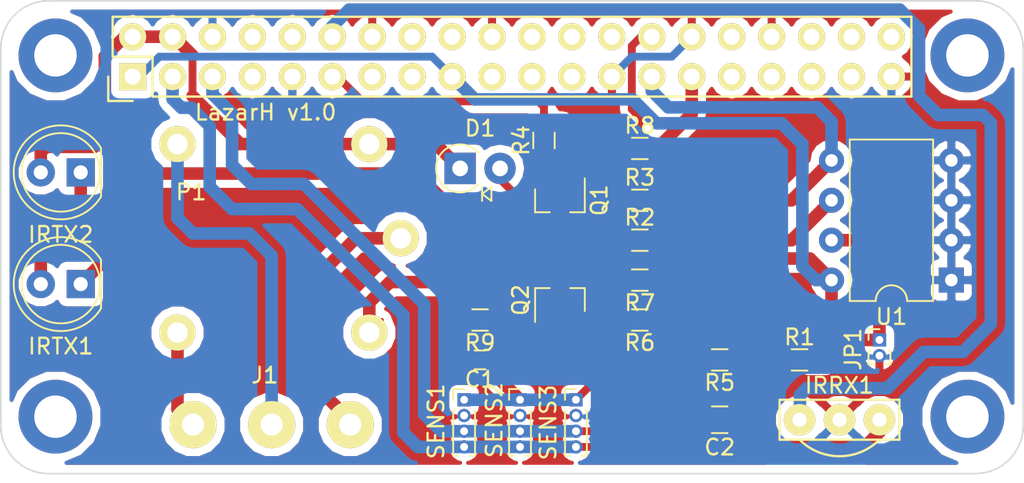
<source format=kicad_pcb>
(kicad_pcb (version 4) (host pcbnew 4.0.6)

  (general
    (links 67)
    (no_connects 7)
    (area 99.972554 99.972554 165.099201 130.174201)
    (thickness 1.6002)
    (drawings 8)
    (tracks 241)
    (zones 0)
    (modules 29)
    (nets 41)
  )

  (page A4)
  (layers
    (0 F.Cu signal)
    (31 B.Cu signal)
    (34 B.Paste user)
    (35 F.Paste user)
    (36 B.SilkS user)
    (37 F.SilkS user)
    (38 B.Mask user)
    (39 F.Mask user)
    (44 Edge.Cuts user)
  )

  (setup
    (last_trace_width 0.1524)
    (user_trace_width 0.1524)
    (user_trace_width 0.2)
    (user_trace_width 0.25)
    (user_trace_width 0.3)
    (user_trace_width 0.4)
    (user_trace_width 0.5)
    (user_trace_width 0.6)
    (user_trace_width 0.8)
    (trace_clearance 0.1524)
    (zone_clearance 0.508)
    (zone_45_only no)
    (trace_min 0.1524)
    (segment_width 0.2)
    (edge_width 0.1)
    (via_size 0.6858)
    (via_drill 0.3302)
    (via_min_size 0.6858)
    (via_min_drill 0.3302)
    (uvia_size 0.762)
    (uvia_drill 0.508)
    (uvias_allowed no)
    (uvia_min_size 0)
    (uvia_min_drill 0)
    (pcb_text_width 0.3)
    (pcb_text_size 1.5 1.5)
    (mod_edge_width 0.15)
    (mod_text_size 1 1)
    (mod_text_width 0.15)
    (pad_size 4.7 4.7)
    (pad_drill 2.7)
    (pad_to_mask_clearance 0)
    (aux_axis_origin 100.0252 100.0252)
    (grid_origin 100.0252 100.0252)
    (visible_elements 7FFEFFFF)
    (pcbplotparams
      (layerselection 0x00030_80000001)
      (usegerberextensions false)
      (excludeedgelayer true)
      (linewidth 0.100000)
      (plotframeref false)
      (viasonmask false)
      (mode 1)
      (useauxorigin false)
      (hpglpennumber 1)
      (hpglpenspeed 20)
      (hpglpendiameter 15)
      (hpglpenoverlay 2)
      (psnegative false)
      (psa4output false)
      (plotreference true)
      (plotvalue true)
      (plotinvisibletext false)
      (padsonsilk false)
      (subtractmaskfromsilk false)
      (outputformat 1)
      (mirror false)
      (drillshape 1)
      (scaleselection 1)
      (outputdirectory ""))
  )

  (net 0 "")
  (net 1 +3V3)
  (net 2 GND)
  (net 3 "Net-(C2-Pad1)")
  (net 4 +5V)
  (net 5 "Net-(D1-Pad2)")
  (net 6 "Net-(IRRX1-Pad1)")
  (net 7 "Net-(IRTX1-Pad1)")
  (net 8 "Net-(IRTX1-Pad2)")
  (net 9 "Net-(J1-Pad1)")
  (net 10 "Net-(J1-Pad2)")
  (net 11 "Net-(J1-Pad3)")
  (net 12 "Net-(JP1-Pad1)")
  (net 13 "Net-(Q1-Pad1)")
  (net 14 "Net-(Q2-Pad1)")
  (net 15 "Net-(R2-Pad2)")
  (net 16 "Net-(R3-Pad2)")
  (net 17 "Net-(R6-Pad2)")
  (net 18 "Net-(R7-Pad2)")
  (net 19 "Net-(R8-Pad2)")
  (net 20 "Net-(RASP_CONN1-Pad7)")
  (net 21 /TXD)
  (net 22 /RXD)
  (net 23 "Net-(RASP_CONN1-Pad13)")
  (net 24 "Net-(RASP_CONN1-Pad15)")
  (net 25 "Net-(RASP_CONN1-Pad16)")
  (net 26 "Net-(RASP_CONN1-Pad18)")
  (net 27 "Net-(RASP_CONN1-Pad19)")
  (net 28 "Net-(RASP_CONN1-Pad21)")
  (net 29 "Net-(RASP_CONN1-Pad22)")
  (net 30 "Net-(RASP_CONN1-Pad23)")
  (net 31 "Net-(RASP_CONN1-Pad24)")
  (net 32 "Net-(RASP_CONN1-Pad26)")
  (net 33 "Net-(RASP_CONN1-Pad31)")
  (net 34 "Net-(RASP_CONN1-Pad32)")
  (net 35 "Net-(RASP_CONN1-Pad33)")
  (net 36 "Net-(RASP_CONN1-Pad35)")
  (net 37 "Net-(RASP_CONN1-Pad36)")
  (net 38 "Net-(RASP_CONN1-Pad37)")
  (net 39 "Net-(RASP_CONN1-Pad38)")
  (net 40 "Net-(RASP_CONN1-Pad40)")

  (net_class Default "This is the default net class."
    (clearance 0.1524)
    (trace_width 0.1524)
    (via_dia 0.6858)
    (via_drill 0.3302)
    (uvia_dia 0.762)
    (uvia_drill 0.508)
    (add_net +3V3)
    (add_net +5V)
    (add_net /RXD)
    (add_net /TXD)
    (add_net GND)
    (add_net "Net-(C2-Pad1)")
    (add_net "Net-(D1-Pad2)")
    (add_net "Net-(IRRX1-Pad1)")
    (add_net "Net-(IRTX1-Pad1)")
    (add_net "Net-(IRTX1-Pad2)")
    (add_net "Net-(J1-Pad1)")
    (add_net "Net-(J1-Pad2)")
    (add_net "Net-(J1-Pad3)")
    (add_net "Net-(JP1-Pad1)")
    (add_net "Net-(Q1-Pad1)")
    (add_net "Net-(Q2-Pad1)")
    (add_net "Net-(R2-Pad2)")
    (add_net "Net-(R3-Pad2)")
    (add_net "Net-(R6-Pad2)")
    (add_net "Net-(R7-Pad2)")
    (add_net "Net-(R8-Pad2)")
    (add_net "Net-(RASP_CONN1-Pad13)")
    (add_net "Net-(RASP_CONN1-Pad15)")
    (add_net "Net-(RASP_CONN1-Pad16)")
    (add_net "Net-(RASP_CONN1-Pad18)")
    (add_net "Net-(RASP_CONN1-Pad19)")
    (add_net "Net-(RASP_CONN1-Pad21)")
    (add_net "Net-(RASP_CONN1-Pad22)")
    (add_net "Net-(RASP_CONN1-Pad23)")
    (add_net "Net-(RASP_CONN1-Pad24)")
    (add_net "Net-(RASP_CONN1-Pad26)")
    (add_net "Net-(RASP_CONN1-Pad31)")
    (add_net "Net-(RASP_CONN1-Pad32)")
    (add_net "Net-(RASP_CONN1-Pad33)")
    (add_net "Net-(RASP_CONN1-Pad35)")
    (add_net "Net-(RASP_CONN1-Pad36)")
    (add_net "Net-(RASP_CONN1-Pad37)")
    (add_net "Net-(RASP_CONN1-Pad38)")
    (add_net "Net-(RASP_CONN1-Pad40)")
    (add_net "Net-(RASP_CONN1-Pad7)")
  )

  (module Mounting_Holes:MountingHole_2.7mm_M2.5_DIN965_Pad (layer F.Cu) (tedit 59F215AB) (tstamp 59E3A365)
    (at 161.5694 103.7844)
    (descr "Mounting Hole 2.7mm, M2.5, DIN965")
    (tags "mounting hole 2.7mm m2.5 din965")
    (attr virtual)
    (fp_text reference "" (at 0 -3.35) (layer F.SilkS)
      (effects (font (size 1 1) (thickness 0.15)))
    )
    (fp_text value MountingHole_2.7mm_M2.5_DIN965_Pad (at 0 3.35) (layer F.Fab)
      (effects (font (size 1 1) (thickness 0.15)))
    )
    (fp_text user %R (at 0.3 0) (layer F.Fab)
      (effects (font (size 1 1) (thickness 0.15)))
    )
    (fp_circle (center 0 0) (end 2.35 0) (layer Cmts.User) (width 0.15))
    (fp_circle (center 0 0) (end 2.6 0) (layer F.CrtYd) (width 0.05))
    (pad 1 thru_hole circle (at -0.0694 -0.2844) (size 4.7 4.7) (drill 2.7) (layers *.Cu *.Mask))
  )

  (module myfootprint:RAS-05-15 (layer F.Cu) (tedit 59F215B8) (tstamp 59E38EBC)
    (at 113.3602 107.6452)
    (path /59E3919F)
    (fp_text reference P1 (at -1.2319 4.5593) (layer F.SilkS)
      (effects (font (size 1 1) (thickness 0.15)))
    )
    (fp_text value RAS-05-15 (at 1.27 -1.27) (layer F.Fab)
      (effects (font (size 1 1) (thickness 0.15)))
    )
    (pad 1 thru_hole circle (at -2.1 1.5) (size 2.3 2.3) (drill 1.3) (layers *.Cu *.Mask F.SilkS)
      (net 10 "Net-(J1-Pad2)"))
    (pad 2 thru_hole circle (at 10.1 1.5) (size 2.3 2.3) (drill 1.3) (layers *.Cu *.Mask F.SilkS)
      (net 4 +5V))
    (pad 3 thru_hole circle (at -2.1 13.5) (size 2.3 2.3) (drill 1.3) (layers *.Cu *.Mask F.SilkS)
      (net 11 "Net-(J1-Pad3)"))
    (pad 4 thru_hole circle (at 10.1 13.5) (size 2.3 2.3) (drill 1.3) (layers *.Cu *.Mask F.SilkS)
      (net 5 "Net-(D1-Pad2)"))
    (pad 5 thru_hole circle (at 12.1 7.5) (size 2.3 2.3) (drill 1.3) (layers *.Cu *.Mask F.SilkS)
      (net 9 "Net-(J1-Pad1)"))
  )

  (module LEDs:LED_D5.0mm (layer F.Cu) (tedit 5995936A) (tstamp 59E38EA6)
    (at 105.1052 110.9472 180)
    (descr "LED, diameter 5.0mm, 2 pins, http://cdn-reichelt.de/documents/datenblatt/A500/LL-504BC2E-009.pdf")
    (tags "LED diameter 5.0mm 2 pins")
    (path /5882BE41)
    (fp_text reference IRTX2 (at 1.27 -3.96 180) (layer F.SilkS)
      (effects (font (size 1 1) (thickness 0.15)))
    )
    (fp_text value L-53F3BT (at 1.27 3.96 180) (layer F.Fab)
      (effects (font (size 1 1) (thickness 0.15)))
    )
    (fp_arc (start 1.27 0) (end -1.23 -1.469694) (angle 299.1) (layer F.Fab) (width 0.1))
    (fp_arc (start 1.27 0) (end -1.29 -1.54483) (angle 148.9) (layer F.SilkS) (width 0.12))
    (fp_arc (start 1.27 0) (end -1.29 1.54483) (angle -148.9) (layer F.SilkS) (width 0.12))
    (fp_circle (center 1.27 0) (end 3.77 0) (layer F.Fab) (width 0.1))
    (fp_circle (center 1.27 0) (end 3.77 0) (layer F.SilkS) (width 0.12))
    (fp_line (start -1.23 -1.469694) (end -1.23 1.469694) (layer F.Fab) (width 0.1))
    (fp_line (start -1.29 -1.545) (end -1.29 1.545) (layer F.SilkS) (width 0.12))
    (fp_line (start -1.95 -3.25) (end -1.95 3.25) (layer F.CrtYd) (width 0.05))
    (fp_line (start -1.95 3.25) (end 4.5 3.25) (layer F.CrtYd) (width 0.05))
    (fp_line (start 4.5 3.25) (end 4.5 -3.25) (layer F.CrtYd) (width 0.05))
    (fp_line (start 4.5 -3.25) (end -1.95 -3.25) (layer F.CrtYd) (width 0.05))
    (fp_text user %R (at 1.25 0 180) (layer F.Fab)
      (effects (font (size 0.8 0.8) (thickness 0.2)))
    )
    (pad 1 thru_hole rect (at 0 0 180) (size 1.8 1.8) (drill 0.9) (layers *.Cu *.Mask)
      (net 8 "Net-(IRTX1-Pad2)"))
    (pad 2 thru_hole circle (at 2.54 0 180) (size 1.8 1.8) (drill 0.9) (layers *.Cu *.Mask)
      (net 4 +5V))
    (model ${KISYS3DMOD}/LEDs.3dshapes/LED_D5.0mm.wrl
      (at (xyz 0 0 0))
      (scale (xyz 0.393701 0.393701 0.393701))
      (rotate (xyz 0 0 0))
    )
  )

  (module Capacitors_SMD:C_0603_HandSoldering (layer F.Cu) (tedit 58AA848B) (tstamp 59E38E87)
    (at 130.5052 122.8852 180)
    (descr "Capacitor SMD 0603, hand soldering")
    (tags "capacitor 0603")
    (path /56FB5967)
    (attr smd)
    (fp_text reference C1 (at 0 -1.25 180) (layer F.SilkS)
      (effects (font (size 1 1) (thickness 0.15)))
    )
    (fp_text value 0.1 (at 0 1.5 180) (layer F.Fab)
      (effects (font (size 1 1) (thickness 0.15)))
    )
    (fp_text user %R (at 0 -1.25 180) (layer F.Fab)
      (effects (font (size 1 1) (thickness 0.15)))
    )
    (fp_line (start -0.8 0.4) (end -0.8 -0.4) (layer F.Fab) (width 0.1))
    (fp_line (start 0.8 0.4) (end -0.8 0.4) (layer F.Fab) (width 0.1))
    (fp_line (start 0.8 -0.4) (end 0.8 0.4) (layer F.Fab) (width 0.1))
    (fp_line (start -0.8 -0.4) (end 0.8 -0.4) (layer F.Fab) (width 0.1))
    (fp_line (start -0.35 -0.6) (end 0.35 -0.6) (layer F.SilkS) (width 0.12))
    (fp_line (start 0.35 0.6) (end -0.35 0.6) (layer F.SilkS) (width 0.12))
    (fp_line (start -1.8 -0.65) (end 1.8 -0.65) (layer F.CrtYd) (width 0.05))
    (fp_line (start -1.8 -0.65) (end -1.8 0.65) (layer F.CrtYd) (width 0.05))
    (fp_line (start 1.8 0.65) (end 1.8 -0.65) (layer F.CrtYd) (width 0.05))
    (fp_line (start 1.8 0.65) (end -1.8 0.65) (layer F.CrtYd) (width 0.05))
    (pad 1 smd rect (at -0.95 0 180) (size 1.2 0.75) (layers F.Cu F.Paste F.Mask)
      (net 1 +3V3))
    (pad 2 smd rect (at 0.95 0 180) (size 1.2 0.75) (layers F.Cu F.Paste F.Mask)
      (net 2 GND))
    (model Capacitors_SMD.3dshapes/C_0603.wrl
      (at (xyz 0 0 0))
      (scale (xyz 1 1 1))
      (rotate (xyz 0 0 0))
    )
  )

  (module Capacitors_SMD:C_0805_HandSoldering (layer F.Cu) (tedit 58AA84A8) (tstamp 59E38E8D)
    (at 145.7452 126.6952 180)
    (descr "Capacitor SMD 0805, hand soldering")
    (tags "capacitor 0805")
    (path /56FCE773)
    (attr smd)
    (fp_text reference C2 (at 0 -1.75 180) (layer F.SilkS)
      (effects (font (size 1 1) (thickness 0.15)))
    )
    (fp_text value 4.7 (at 0 1.75 180) (layer F.Fab)
      (effects (font (size 1 1) (thickness 0.15)))
    )
    (fp_text user %R (at 0 -1.75 180) (layer F.Fab)
      (effects (font (size 1 1) (thickness 0.15)))
    )
    (fp_line (start -1 0.62) (end -1 -0.62) (layer F.Fab) (width 0.1))
    (fp_line (start 1 0.62) (end -1 0.62) (layer F.Fab) (width 0.1))
    (fp_line (start 1 -0.62) (end 1 0.62) (layer F.Fab) (width 0.1))
    (fp_line (start -1 -0.62) (end 1 -0.62) (layer F.Fab) (width 0.1))
    (fp_line (start 0.5 -0.85) (end -0.5 -0.85) (layer F.SilkS) (width 0.12))
    (fp_line (start -0.5 0.85) (end 0.5 0.85) (layer F.SilkS) (width 0.12))
    (fp_line (start -2.25 -0.88) (end 2.25 -0.88) (layer F.CrtYd) (width 0.05))
    (fp_line (start -2.25 -0.88) (end -2.25 0.87) (layer F.CrtYd) (width 0.05))
    (fp_line (start 2.25 0.87) (end 2.25 -0.88) (layer F.CrtYd) (width 0.05))
    (fp_line (start 2.25 0.87) (end -2.25 0.87) (layer F.CrtYd) (width 0.05))
    (pad 1 smd rect (at -1.25 0 180) (size 1.5 1.25) (layers F.Cu F.Paste F.Mask)
      (net 3 "Net-(C2-Pad1)"))
    (pad 2 smd rect (at 1.25 0 180) (size 1.5 1.25) (layers F.Cu F.Paste F.Mask)
      (net 2 GND))
    (model Capacitors_SMD.3dshapes/C_0805.wrl
      (at (xyz 0 0 0))
      (scale (xyz 1 1 1))
      (rotate (xyz 0 0 0))
    )
  )

  (module myfootprint:TSOP38X (layer F.Cu) (tedit 59F21559) (tstamp 59E38E9A)
    (at 153.3652 124.1552)
    (path /56FCDD28)
    (fp_text reference IRRX1 (at -0.0127 0.3556) (layer F.SilkS)
      (effects (font (size 1 1) (thickness 0.15)))
    )
    (fp_text value TSOP34838 (at 0 -0.5) (layer F.Fab)
      (effects (font (size 1 1) (thickness 0.15)))
    )
    (fp_arc (start 0 1.27) (end 2.54 3.81) (angle 90) (layer F.SilkS) (width 0.15))
    (fp_line (start -3.81 1.27) (end 3.81 1.27) (layer F.SilkS) (width 0.15))
    (fp_line (start 3.81 1.27) (end 3.81 3.81) (layer F.SilkS) (width 0.15))
    (fp_line (start 3.81 3.81) (end -3.81 3.81) (layer F.SilkS) (width 0.15))
    (fp_line (start -3.81 3.81) (end -3.81 1.27) (layer F.SilkS) (width 0.15))
    (pad 1 thru_hole circle (at -2.54 2.54) (size 2 2) (drill 0.9) (layers *.Cu *.Mask F.SilkS)
      (net 6 "Net-(IRRX1-Pad1)"))
    (pad 2 thru_hole circle (at 0 2.54) (size 2 2) (drill 0.9) (layers *.Cu *.Mask F.SilkS)
      (net 2 GND))
    (pad 3 thru_hole circle (at 2.54 2.54) (size 2 2) (drill 0.9) (layers *.Cu *.Mask F.SilkS)
      (net 3 "Net-(C2-Pad1)"))
  )

  (module LEDs:LED_D5.0mm (layer F.Cu) (tedit 5995936A) (tstamp 59E38EA0)
    (at 105.1052 118.0592 180)
    (descr "LED, diameter 5.0mm, 2 pins, http://cdn-reichelt.de/documents/datenblatt/A500/LL-504BC2E-009.pdf")
    (tags "LED diameter 5.0mm 2 pins")
    (path /56FCCD5F)
    (fp_text reference IRTX1 (at 1.27 -3.96 180) (layer F.SilkS)
      (effects (font (size 1 1) (thickness 0.15)))
    )
    (fp_text value L-53F3BT (at 1.27 3.96 180) (layer F.Fab)
      (effects (font (size 1 1) (thickness 0.15)))
    )
    (fp_arc (start 1.27 0) (end -1.23 -1.469694) (angle 299.1) (layer F.Fab) (width 0.1))
    (fp_arc (start 1.27 0) (end -1.29 -1.54483) (angle 148.9) (layer F.SilkS) (width 0.12))
    (fp_arc (start 1.27 0) (end -1.29 1.54483) (angle -148.9) (layer F.SilkS) (width 0.12))
    (fp_circle (center 1.27 0) (end 3.77 0) (layer F.Fab) (width 0.1))
    (fp_circle (center 1.27 0) (end 3.77 0) (layer F.SilkS) (width 0.12))
    (fp_line (start -1.23 -1.469694) (end -1.23 1.469694) (layer F.Fab) (width 0.1))
    (fp_line (start -1.29 -1.545) (end -1.29 1.545) (layer F.SilkS) (width 0.12))
    (fp_line (start -1.95 -3.25) (end -1.95 3.25) (layer F.CrtYd) (width 0.05))
    (fp_line (start -1.95 3.25) (end 4.5 3.25) (layer F.CrtYd) (width 0.05))
    (fp_line (start 4.5 3.25) (end 4.5 -3.25) (layer F.CrtYd) (width 0.05))
    (fp_line (start 4.5 -3.25) (end -1.95 -3.25) (layer F.CrtYd) (width 0.05))
    (fp_text user %R (at 1.25 0 180) (layer F.Fab)
      (effects (font (size 0.8 0.8) (thickness 0.2)))
    )
    (pad 1 thru_hole rect (at 0 0 180) (size 1.8 1.8) (drill 0.9) (layers *.Cu *.Mask)
      (net 7 "Net-(IRTX1-Pad1)"))
    (pad 2 thru_hole circle (at 2.54 0 180) (size 1.8 1.8) (drill 0.9) (layers *.Cu *.Mask)
      (net 8 "Net-(IRTX1-Pad2)"))
    (model ${KISYS3DMOD}/LEDs.3dshapes/LED_D5.0mm.wrl
      (at (xyz 0 0 0))
      (scale (xyz 0.393701 0.393701 0.393701))
      (rotate (xyz 0 0 0))
    )
  )

  (module myfootprint:KLEMA_1x3 (layer F.Cu) (tedit 59F215EB) (tstamp 59E38EAD)
    (at 122.2502 130.5052 180)
    (path /59E39324)
    (fp_text reference J1 (at 5.4356 6.6421 180) (layer F.SilkS)
      (effects (font (size 1 1) (thickness 0.15)))
    )
    (fp_text value CONN_01X03 (at 2.1 -2 180) (layer F.Fab)
      (effects (font (size 1 1) (thickness 0.15)))
    )
    (pad 1 thru_hole circle (at 0 3.5 180) (size 3 3) (drill 1.4) (layers *.Cu *.Mask F.SilkS)
      (net 9 "Net-(J1-Pad1)"))
    (pad 2 thru_hole circle (at 5 3.5 180) (size 3 3) (drill 1.4) (layers *.Cu *.Mask F.SilkS)
      (net 10 "Net-(J1-Pad2)"))
    (pad 3 thru_hole circle (at 10 3.5 180) (size 3 3) (drill 1.4) (layers *.Cu *.Mask F.SilkS)
      (net 11 "Net-(J1-Pad3)"))
  )

  (module Pin_Headers:Pin_Header_Straight_1x02_Pitch1.00mm (layer F.Cu) (tedit 59F21560) (tstamp 59E38EB3)
    (at 155.9052 121.6152)
    (descr "Through hole straight pin header, 1x02, 1.00mm pitch, single row")
    (tags "Through hole pin header THT 1x02 1.00mm single row")
    (path /570C5478)
    (fp_text reference JP1 (at -1.6764 0.5969 90) (layer F.SilkS)
      (effects (font (size 1 1) (thickness 0.15)))
    )
    (fp_text value JUMPER (at 0 2.56) (layer F.Fab)
      (effects (font (size 1 1) (thickness 0.15)))
    )
    (fp_line (start -0.3175 -0.5) (end 0.635 -0.5) (layer F.Fab) (width 0.1))
    (fp_line (start 0.635 -0.5) (end 0.635 1.5) (layer F.Fab) (width 0.1))
    (fp_line (start 0.635 1.5) (end -0.635 1.5) (layer F.Fab) (width 0.1))
    (fp_line (start -0.635 1.5) (end -0.635 -0.1825) (layer F.Fab) (width 0.1))
    (fp_line (start -0.635 -0.1825) (end -0.3175 -0.5) (layer F.Fab) (width 0.1))
    (fp_line (start -0.695 1.56) (end -0.394493 1.56) (layer F.SilkS) (width 0.12))
    (fp_line (start 0.394493 1.56) (end 0.695 1.56) (layer F.SilkS) (width 0.12))
    (fp_line (start -0.695 0.685) (end -0.695 1.56) (layer F.SilkS) (width 0.12))
    (fp_line (start 0.695 0.685) (end 0.695 1.56) (layer F.SilkS) (width 0.12))
    (fp_line (start -0.695 0.685) (end -0.608276 0.685) (layer F.SilkS) (width 0.12))
    (fp_line (start 0.608276 0.685) (end 0.695 0.685) (layer F.SilkS) (width 0.12))
    (fp_line (start -0.695 0) (end -0.695 -0.685) (layer F.SilkS) (width 0.12))
    (fp_line (start -0.695 -0.685) (end 0 -0.685) (layer F.SilkS) (width 0.12))
    (fp_line (start -1.15 -1) (end -1.15 2) (layer F.CrtYd) (width 0.05))
    (fp_line (start -1.15 2) (end 1.15 2) (layer F.CrtYd) (width 0.05))
    (fp_line (start 1.15 2) (end 1.15 -1) (layer F.CrtYd) (width 0.05))
    (fp_line (start 1.15 -1) (end -1.15 -1) (layer F.CrtYd) (width 0.05))
    (fp_text user %R (at 0 0.5 90) (layer F.Fab)
      (effects (font (size 0.76 0.76) (thickness 0.114)))
    )
    (pad 1 thru_hole rect (at 0 0) (size 0.85 0.85) (drill 0.5) (layers *.Cu *.Mask)
      (net 12 "Net-(JP1-Pad1)"))
    (pad 2 thru_hole oval (at 0 1) (size 0.85 0.85) (drill 0.5) (layers *.Cu *.Mask)
      (net 2 GND))
    (model ${KISYS3DMOD}/Pin_Headers.3dshapes/Pin_Header_Straight_1x02_Pitch1.00mm.wrl
      (at (xyz 0 0 0))
      (scale (xyz 1 1 1))
      (rotate (xyz 0 0 0))
    )
  )

  (module TO_SOT_Packages_SMD:SOT-23 (layer F.Cu) (tedit 58CE4E7E) (tstamp 59E38EC3)
    (at 135.5852 112.7252 270)
    (descr "SOT-23, Standard")
    (tags SOT-23)
    (path /570BF19F)
    (attr smd)
    (fp_text reference Q1 (at 0 -2.5 270) (layer F.SilkS)
      (effects (font (size 1 1) (thickness 0.15)))
    )
    (fp_text value BC817 (at 0 2.5 270) (layer F.Fab)
      (effects (font (size 1 1) (thickness 0.15)))
    )
    (fp_text user %R (at 0 0 360) (layer F.Fab)
      (effects (font (size 0.5 0.5) (thickness 0.075)))
    )
    (fp_line (start -0.7 -0.95) (end -0.7 1.5) (layer F.Fab) (width 0.1))
    (fp_line (start -0.15 -1.52) (end 0.7 -1.52) (layer F.Fab) (width 0.1))
    (fp_line (start -0.7 -0.95) (end -0.15 -1.52) (layer F.Fab) (width 0.1))
    (fp_line (start 0.7 -1.52) (end 0.7 1.52) (layer F.Fab) (width 0.1))
    (fp_line (start -0.7 1.52) (end 0.7 1.52) (layer F.Fab) (width 0.1))
    (fp_line (start 0.76 1.58) (end 0.76 0.65) (layer F.SilkS) (width 0.12))
    (fp_line (start 0.76 -1.58) (end 0.76 -0.65) (layer F.SilkS) (width 0.12))
    (fp_line (start -1.7 -1.75) (end 1.7 -1.75) (layer F.CrtYd) (width 0.05))
    (fp_line (start 1.7 -1.75) (end 1.7 1.75) (layer F.CrtYd) (width 0.05))
    (fp_line (start 1.7 1.75) (end -1.7 1.75) (layer F.CrtYd) (width 0.05))
    (fp_line (start -1.7 1.75) (end -1.7 -1.75) (layer F.CrtYd) (width 0.05))
    (fp_line (start 0.76 -1.58) (end -1.4 -1.58) (layer F.SilkS) (width 0.12))
    (fp_line (start 0.76 1.58) (end -0.7 1.58) (layer F.SilkS) (width 0.12))
    (pad 1 smd rect (at -1 -0.95 270) (size 0.9 0.8) (layers F.Cu F.Paste F.Mask)
      (net 13 "Net-(Q1-Pad1)"))
    (pad 2 smd rect (at -1 0.95 270) (size 0.9 0.8) (layers F.Cu F.Paste F.Mask)
      (net 2 GND))
    (pad 3 smd rect (at 1 0 270) (size 0.9 0.8) (layers F.Cu F.Paste F.Mask)
      (net 7 "Net-(IRTX1-Pad1)"))
    (model ${KISYS3DMOD}/TO_SOT_Packages_SMD.3dshapes/SOT-23.wrl
      (at (xyz 0 0 0))
      (scale (xyz 1 1 1))
      (rotate (xyz 0 0 0))
    )
  )

  (module TO_SOT_Packages_SMD:SOT-23 (layer F.Cu) (tedit 58CE4E7E) (tstamp 59E38ECA)
    (at 135.5852 119.0752 90)
    (descr "SOT-23, Standard")
    (tags SOT-23)
    (path /59E386A1)
    (attr smd)
    (fp_text reference Q2 (at 0 -2.5 90) (layer F.SilkS)
      (effects (font (size 1 1) (thickness 0.15)))
    )
    (fp_text value BC817-40 (at 0 2.5 90) (layer F.Fab)
      (effects (font (size 1 1) (thickness 0.15)))
    )
    (fp_text user %R (at 0 0 180) (layer F.Fab)
      (effects (font (size 0.5 0.5) (thickness 0.075)))
    )
    (fp_line (start -0.7 -0.95) (end -0.7 1.5) (layer F.Fab) (width 0.1))
    (fp_line (start -0.15 -1.52) (end 0.7 -1.52) (layer F.Fab) (width 0.1))
    (fp_line (start -0.7 -0.95) (end -0.15 -1.52) (layer F.Fab) (width 0.1))
    (fp_line (start 0.7 -1.52) (end 0.7 1.52) (layer F.Fab) (width 0.1))
    (fp_line (start -0.7 1.52) (end 0.7 1.52) (layer F.Fab) (width 0.1))
    (fp_line (start 0.76 1.58) (end 0.76 0.65) (layer F.SilkS) (width 0.12))
    (fp_line (start 0.76 -1.58) (end 0.76 -0.65) (layer F.SilkS) (width 0.12))
    (fp_line (start -1.7 -1.75) (end 1.7 -1.75) (layer F.CrtYd) (width 0.05))
    (fp_line (start 1.7 -1.75) (end 1.7 1.75) (layer F.CrtYd) (width 0.05))
    (fp_line (start 1.7 1.75) (end -1.7 1.75) (layer F.CrtYd) (width 0.05))
    (fp_line (start -1.7 1.75) (end -1.7 -1.75) (layer F.CrtYd) (width 0.05))
    (fp_line (start 0.76 -1.58) (end -1.4 -1.58) (layer F.SilkS) (width 0.12))
    (fp_line (start 0.76 1.58) (end -0.7 1.58) (layer F.SilkS) (width 0.12))
    (pad 1 smd rect (at -1 -0.95 90) (size 0.9 0.8) (layers F.Cu F.Paste F.Mask)
      (net 14 "Net-(Q2-Pad1)"))
    (pad 2 smd rect (at -1 0.95 90) (size 0.9 0.8) (layers F.Cu F.Paste F.Mask)
      (net 2 GND))
    (pad 3 smd rect (at 1 0 90) (size 0.9 0.8) (layers F.Cu F.Paste F.Mask)
      (net 5 "Net-(D1-Pad2)"))
    (model ${KISYS3DMOD}/TO_SOT_Packages_SMD.3dshapes/SOT-23.wrl
      (at (xyz 0 0 0))
      (scale (xyz 1 1 1))
      (rotate (xyz 0 0 0))
    )
  )

  (module Resistors_SMD:R_0603_HandSoldering (layer F.Cu) (tedit 58E0A804) (tstamp 59E38ED0)
    (at 150.8252 122.8852)
    (descr "Resistor SMD 0603, hand soldering")
    (tags "resistor 0603")
    (path /56FB57DD)
    (attr smd)
    (fp_text reference R1 (at 0 -1.45) (layer F.SilkS)
      (effects (font (size 1 1) (thickness 0.15)))
    )
    (fp_text value 1K (at 0 1.55) (layer F.Fab)
      (effects (font (size 1 1) (thickness 0.15)))
    )
    (fp_text user %R (at 0 0) (layer F.Fab)
      (effects (font (size 0.4 0.4) (thickness 0.075)))
    )
    (fp_line (start -0.8 0.4) (end -0.8 -0.4) (layer F.Fab) (width 0.1))
    (fp_line (start 0.8 0.4) (end -0.8 0.4) (layer F.Fab) (width 0.1))
    (fp_line (start 0.8 -0.4) (end 0.8 0.4) (layer F.Fab) (width 0.1))
    (fp_line (start -0.8 -0.4) (end 0.8 -0.4) (layer F.Fab) (width 0.1))
    (fp_line (start 0.5 0.68) (end -0.5 0.68) (layer F.SilkS) (width 0.12))
    (fp_line (start -0.5 -0.68) (end 0.5 -0.68) (layer F.SilkS) (width 0.12))
    (fp_line (start -1.96 -0.7) (end 1.95 -0.7) (layer F.CrtYd) (width 0.05))
    (fp_line (start -1.96 -0.7) (end -1.96 0.7) (layer F.CrtYd) (width 0.05))
    (fp_line (start 1.95 0.7) (end 1.95 -0.7) (layer F.CrtYd) (width 0.05))
    (fp_line (start 1.95 0.7) (end -1.96 0.7) (layer F.CrtYd) (width 0.05))
    (pad 1 smd rect (at -1.1 0) (size 1.2 0.9) (layers F.Cu F.Paste F.Mask)
      (net 1 +3V3))
    (pad 2 smd rect (at 1.1 0) (size 1.2 0.9) (layers F.Cu F.Paste F.Mask)
      (net 12 "Net-(JP1-Pad1)"))
    (model ${KISYS3DMOD}/Resistors_SMD.3dshapes/R_0603.wrl
      (at (xyz 0 0 0))
      (scale (xyz 1 1 1))
      (rotate (xyz 0 0 0))
    )
  )

  (module Resistors_SMD:R_0603_HandSoldering (layer F.Cu) (tedit 58E0A804) (tstamp 59E38ED6)
    (at 140.6652 115.2652)
    (descr "Resistor SMD 0603, hand soldering")
    (tags "resistor 0603")
    (path /56FB589D)
    (attr smd)
    (fp_text reference R2 (at 0 -1.45) (layer F.SilkS)
      (effects (font (size 1 1) (thickness 0.15)))
    )
    (fp_text value 4.7K (at 0 1.55) (layer F.Fab)
      (effects (font (size 1 1) (thickness 0.15)))
    )
    (fp_text user %R (at 0 0) (layer F.Fab)
      (effects (font (size 0.4 0.4) (thickness 0.075)))
    )
    (fp_line (start -0.8 0.4) (end -0.8 -0.4) (layer F.Fab) (width 0.1))
    (fp_line (start 0.8 0.4) (end -0.8 0.4) (layer F.Fab) (width 0.1))
    (fp_line (start 0.8 -0.4) (end 0.8 0.4) (layer F.Fab) (width 0.1))
    (fp_line (start -0.8 -0.4) (end 0.8 -0.4) (layer F.Fab) (width 0.1))
    (fp_line (start 0.5 0.68) (end -0.5 0.68) (layer F.SilkS) (width 0.12))
    (fp_line (start -0.5 -0.68) (end 0.5 -0.68) (layer F.SilkS) (width 0.12))
    (fp_line (start -1.96 -0.7) (end 1.95 -0.7) (layer F.CrtYd) (width 0.05))
    (fp_line (start -1.96 -0.7) (end -1.96 0.7) (layer F.CrtYd) (width 0.05))
    (fp_line (start 1.95 0.7) (end 1.95 -0.7) (layer F.CrtYd) (width 0.05))
    (fp_line (start 1.95 0.7) (end -1.96 0.7) (layer F.CrtYd) (width 0.05))
    (pad 1 smd rect (at -1.1 0) (size 1.2 0.9) (layers F.Cu F.Paste F.Mask)
      (net 1 +3V3))
    (pad 2 smd rect (at 1.1 0) (size 1.2 0.9) (layers F.Cu F.Paste F.Mask)
      (net 15 "Net-(R2-Pad2)"))
    (model ${KISYS3DMOD}/Resistors_SMD.3dshapes/R_0603.wrl
      (at (xyz 0 0 0))
      (scale (xyz 1 1 1))
      (rotate (xyz 0 0 0))
    )
  )

  (module Resistors_SMD:R_0603_HandSoldering (layer F.Cu) (tedit 58E0A804) (tstamp 59E38EDC)
    (at 140.6652 112.7252)
    (descr "Resistor SMD 0603, hand soldering")
    (tags "resistor 0603")
    (path /56FB5912)
    (attr smd)
    (fp_text reference R3 (at 0 -1.45) (layer F.SilkS)
      (effects (font (size 1 1) (thickness 0.15)))
    )
    (fp_text value 4.7K (at 0 1.55) (layer F.Fab)
      (effects (font (size 1 1) (thickness 0.15)))
    )
    (fp_text user %R (at 0 0) (layer F.Fab)
      (effects (font (size 0.4 0.4) (thickness 0.075)))
    )
    (fp_line (start -0.8 0.4) (end -0.8 -0.4) (layer F.Fab) (width 0.1))
    (fp_line (start 0.8 0.4) (end -0.8 0.4) (layer F.Fab) (width 0.1))
    (fp_line (start 0.8 -0.4) (end 0.8 0.4) (layer F.Fab) (width 0.1))
    (fp_line (start -0.8 -0.4) (end 0.8 -0.4) (layer F.Fab) (width 0.1))
    (fp_line (start 0.5 0.68) (end -0.5 0.68) (layer F.SilkS) (width 0.12))
    (fp_line (start -0.5 -0.68) (end 0.5 -0.68) (layer F.SilkS) (width 0.12))
    (fp_line (start -1.96 -0.7) (end 1.95 -0.7) (layer F.CrtYd) (width 0.05))
    (fp_line (start -1.96 -0.7) (end -1.96 0.7) (layer F.CrtYd) (width 0.05))
    (fp_line (start 1.95 0.7) (end 1.95 -0.7) (layer F.CrtYd) (width 0.05))
    (fp_line (start 1.95 0.7) (end -1.96 0.7) (layer F.CrtYd) (width 0.05))
    (pad 1 smd rect (at -1.1 0) (size 1.2 0.9) (layers F.Cu F.Paste F.Mask)
      (net 1 +3V3))
    (pad 2 smd rect (at 1.1 0) (size 1.2 0.9) (layers F.Cu F.Paste F.Mask)
      (net 16 "Net-(R3-Pad2)"))
    (model ${KISYS3DMOD}/Resistors_SMD.3dshapes/R_0603.wrl
      (at (xyz 0 0 0))
      (scale (xyz 1 1 1))
      (rotate (xyz 0 0 0))
    )
  )

  (module Resistors_SMD:R_0603_HandSoldering (layer F.Cu) (tedit 58E0A804) (tstamp 59E38EE2)
    (at 134.5692 108.9152 90)
    (descr "Resistor SMD 0603, hand soldering")
    (tags "resistor 0603")
    (path /570BEF32)
    (attr smd)
    (fp_text reference R4 (at 0 -1.45 90) (layer F.SilkS)
      (effects (font (size 1 1) (thickness 0.15)))
    )
    (fp_text value 10K (at 0 1.55 90) (layer F.Fab)
      (effects (font (size 1 1) (thickness 0.15)))
    )
    (fp_text user %R (at 0 0 90) (layer F.Fab)
      (effects (font (size 0.4 0.4) (thickness 0.075)))
    )
    (fp_line (start -0.8 0.4) (end -0.8 -0.4) (layer F.Fab) (width 0.1))
    (fp_line (start 0.8 0.4) (end -0.8 0.4) (layer F.Fab) (width 0.1))
    (fp_line (start 0.8 -0.4) (end 0.8 0.4) (layer F.Fab) (width 0.1))
    (fp_line (start -0.8 -0.4) (end 0.8 -0.4) (layer F.Fab) (width 0.1))
    (fp_line (start 0.5 0.68) (end -0.5 0.68) (layer F.SilkS) (width 0.12))
    (fp_line (start -0.5 -0.68) (end 0.5 -0.68) (layer F.SilkS) (width 0.12))
    (fp_line (start -1.96 -0.7) (end 1.95 -0.7) (layer F.CrtYd) (width 0.05))
    (fp_line (start -1.96 -0.7) (end -1.96 0.7) (layer F.CrtYd) (width 0.05))
    (fp_line (start 1.95 0.7) (end 1.95 -0.7) (layer F.CrtYd) (width 0.05))
    (fp_line (start 1.95 0.7) (end -1.96 0.7) (layer F.CrtYd) (width 0.05))
    (pad 1 smd rect (at -1.1 0 90) (size 1.2 0.9) (layers F.Cu F.Paste F.Mask)
      (net 2 GND))
    (pad 2 smd rect (at 1.1 0 90) (size 1.2 0.9) (layers F.Cu F.Paste F.Mask)
      (net 13 "Net-(Q1-Pad1)"))
    (model ${KISYS3DMOD}/Resistors_SMD.3dshapes/R_0603.wrl
      (at (xyz 0 0 0))
      (scale (xyz 1 1 1))
      (rotate (xyz 0 0 0))
    )
  )

  (module Resistors_SMD:R_0603_HandSoldering (layer F.Cu) (tedit 58E0A804) (tstamp 59E38EE8)
    (at 145.7452 122.8852 180)
    (descr "Resistor SMD 0603, hand soldering")
    (tags "resistor 0603")
    (path /56FCE3CD)
    (attr smd)
    (fp_text reference R5 (at 0 -1.45 180) (layer F.SilkS)
      (effects (font (size 1 1) (thickness 0.15)))
    )
    (fp_text value 470 (at 0 1.55 180) (layer F.Fab)
      (effects (font (size 1 1) (thickness 0.15)))
    )
    (fp_text user %R (at 0 0 180) (layer F.Fab)
      (effects (font (size 0.4 0.4) (thickness 0.075)))
    )
    (fp_line (start -0.8 0.4) (end -0.8 -0.4) (layer F.Fab) (width 0.1))
    (fp_line (start 0.8 0.4) (end -0.8 0.4) (layer F.Fab) (width 0.1))
    (fp_line (start 0.8 -0.4) (end 0.8 0.4) (layer F.Fab) (width 0.1))
    (fp_line (start -0.8 -0.4) (end 0.8 -0.4) (layer F.Fab) (width 0.1))
    (fp_line (start 0.5 0.68) (end -0.5 0.68) (layer F.SilkS) (width 0.12))
    (fp_line (start -0.5 -0.68) (end 0.5 -0.68) (layer F.SilkS) (width 0.12))
    (fp_line (start -1.96 -0.7) (end 1.95 -0.7) (layer F.CrtYd) (width 0.05))
    (fp_line (start -1.96 -0.7) (end -1.96 0.7) (layer F.CrtYd) (width 0.05))
    (fp_line (start 1.95 0.7) (end 1.95 -0.7) (layer F.CrtYd) (width 0.05))
    (fp_line (start 1.95 0.7) (end -1.96 0.7) (layer F.CrtYd) (width 0.05))
    (pad 1 smd rect (at -1.1 0 180) (size 1.2 0.9) (layers F.Cu F.Paste F.Mask)
      (net 1 +3V3))
    (pad 2 smd rect (at 1.1 0 180) (size 1.2 0.9) (layers F.Cu F.Paste F.Mask)
      (net 3 "Net-(C2-Pad1)"))
    (model ${KISYS3DMOD}/Resistors_SMD.3dshapes/R_0603.wrl
      (at (xyz 0 0 0))
      (scale (xyz 1 1 1))
      (rotate (xyz 0 0 0))
    )
  )

  (module Resistors_SMD:R_0603_HandSoldering (layer F.Cu) (tedit 58E0A804) (tstamp 59E38EEE)
    (at 140.6652 120.3452 180)
    (descr "Resistor SMD 0603, hand soldering")
    (tags "resistor 0603")
    (path /570C0762)
    (attr smd)
    (fp_text reference R6 (at 0 -1.45 180) (layer F.SilkS)
      (effects (font (size 1 1) (thickness 0.15)))
    )
    (fp_text value 4.7K (at 0 1.55 180) (layer F.Fab)
      (effects (font (size 1 1) (thickness 0.15)))
    )
    (fp_text user %R (at 0 0 180) (layer F.Fab)
      (effects (font (size 0.4 0.4) (thickness 0.075)))
    )
    (fp_line (start -0.8 0.4) (end -0.8 -0.4) (layer F.Fab) (width 0.1))
    (fp_line (start 0.8 0.4) (end -0.8 0.4) (layer F.Fab) (width 0.1))
    (fp_line (start 0.8 -0.4) (end 0.8 0.4) (layer F.Fab) (width 0.1))
    (fp_line (start -0.8 -0.4) (end 0.8 -0.4) (layer F.Fab) (width 0.1))
    (fp_line (start 0.5 0.68) (end -0.5 0.68) (layer F.SilkS) (width 0.12))
    (fp_line (start -0.5 -0.68) (end 0.5 -0.68) (layer F.SilkS) (width 0.12))
    (fp_line (start -1.96 -0.7) (end 1.95 -0.7) (layer F.CrtYd) (width 0.05))
    (fp_line (start -1.96 -0.7) (end -1.96 0.7) (layer F.CrtYd) (width 0.05))
    (fp_line (start 1.95 0.7) (end 1.95 -0.7) (layer F.CrtYd) (width 0.05))
    (fp_line (start 1.95 0.7) (end -1.96 0.7) (layer F.CrtYd) (width 0.05))
    (pad 1 smd rect (at -1.1 0 180) (size 1.2 0.9) (layers F.Cu F.Paste F.Mask)
      (net 1 +3V3))
    (pad 2 smd rect (at 1.1 0 180) (size 1.2 0.9) (layers F.Cu F.Paste F.Mask)
      (net 17 "Net-(R6-Pad2)"))
    (model ${KISYS3DMOD}/Resistors_SMD.3dshapes/R_0603.wrl
      (at (xyz 0 0 0))
      (scale (xyz 1 1 1))
      (rotate (xyz 0 0 0))
    )
  )

  (module Resistors_SMD:R_0603_HandSoldering (layer F.Cu) (tedit 58E0A804) (tstamp 59E38EF4)
    (at 140.6652 117.8052 180)
    (descr "Resistor SMD 0603, hand soldering")
    (tags "resistor 0603")
    (path /570C0BD5)
    (attr smd)
    (fp_text reference R7 (at 0 -1.45 180) (layer F.SilkS)
      (effects (font (size 1 1) (thickness 0.15)))
    )
    (fp_text value 4.7K (at 0 1.55 180) (layer F.Fab)
      (effects (font (size 1 1) (thickness 0.15)))
    )
    (fp_text user %R (at 0 0 180) (layer F.Fab)
      (effects (font (size 0.4 0.4) (thickness 0.075)))
    )
    (fp_line (start -0.8 0.4) (end -0.8 -0.4) (layer F.Fab) (width 0.1))
    (fp_line (start 0.8 0.4) (end -0.8 0.4) (layer F.Fab) (width 0.1))
    (fp_line (start 0.8 -0.4) (end 0.8 0.4) (layer F.Fab) (width 0.1))
    (fp_line (start -0.8 -0.4) (end 0.8 -0.4) (layer F.Fab) (width 0.1))
    (fp_line (start 0.5 0.68) (end -0.5 0.68) (layer F.SilkS) (width 0.12))
    (fp_line (start -0.5 -0.68) (end 0.5 -0.68) (layer F.SilkS) (width 0.12))
    (fp_line (start -1.96 -0.7) (end 1.95 -0.7) (layer F.CrtYd) (width 0.05))
    (fp_line (start -1.96 -0.7) (end -1.96 0.7) (layer F.CrtYd) (width 0.05))
    (fp_line (start 1.95 0.7) (end 1.95 -0.7) (layer F.CrtYd) (width 0.05))
    (fp_line (start 1.95 0.7) (end -1.96 0.7) (layer F.CrtYd) (width 0.05))
    (pad 1 smd rect (at -1.1 0 180) (size 1.2 0.9) (layers F.Cu F.Paste F.Mask)
      (net 1 +3V3))
    (pad 2 smd rect (at 1.1 0 180) (size 1.2 0.9) (layers F.Cu F.Paste F.Mask)
      (net 18 "Net-(R7-Pad2)"))
    (model ${KISYS3DMOD}/Resistors_SMD.3dshapes/R_0603.wrl
      (at (xyz 0 0 0))
      (scale (xyz 1 1 1))
      (rotate (xyz 0 0 0))
    )
  )

  (module Resistors_SMD:R_0603_HandSoldering (layer F.Cu) (tedit 58E0A804) (tstamp 59E38EFA)
    (at 140.6652 109.4232)
    (descr "Resistor SMD 0603, hand soldering")
    (tags "resistor 0603")
    (path /59E38738)
    (attr smd)
    (fp_text reference R8 (at 0 -1.45) (layer F.SilkS)
      (effects (font (size 1 1) (thickness 0.15)))
    )
    (fp_text value 2.7k (at 0 1.55) (layer F.Fab)
      (effects (font (size 1 1) (thickness 0.15)))
    )
    (fp_text user %R (at 0 0) (layer F.Fab)
      (effects (font (size 0.4 0.4) (thickness 0.075)))
    )
    (fp_line (start -0.8 0.4) (end -0.8 -0.4) (layer F.Fab) (width 0.1))
    (fp_line (start 0.8 0.4) (end -0.8 0.4) (layer F.Fab) (width 0.1))
    (fp_line (start 0.8 -0.4) (end 0.8 0.4) (layer F.Fab) (width 0.1))
    (fp_line (start -0.8 -0.4) (end 0.8 -0.4) (layer F.Fab) (width 0.1))
    (fp_line (start 0.5 0.68) (end -0.5 0.68) (layer F.SilkS) (width 0.12))
    (fp_line (start -0.5 -0.68) (end 0.5 -0.68) (layer F.SilkS) (width 0.12))
    (fp_line (start -1.96 -0.7) (end 1.95 -0.7) (layer F.CrtYd) (width 0.05))
    (fp_line (start -1.96 -0.7) (end -1.96 0.7) (layer F.CrtYd) (width 0.05))
    (fp_line (start 1.95 0.7) (end 1.95 -0.7) (layer F.CrtYd) (width 0.05))
    (fp_line (start 1.95 0.7) (end -1.96 0.7) (layer F.CrtYd) (width 0.05))
    (pad 1 smd rect (at -1.1 0) (size 1.2 0.9) (layers F.Cu F.Paste F.Mask)
      (net 14 "Net-(Q2-Pad1)"))
    (pad 2 smd rect (at 1.1 0) (size 1.2 0.9) (layers F.Cu F.Paste F.Mask)
      (net 19 "Net-(R8-Pad2)"))
    (model ${KISYS3DMOD}/Resistors_SMD.3dshapes/R_0603.wrl
      (at (xyz 0 0 0))
      (scale (xyz 1 1 1))
      (rotate (xyz 0 0 0))
    )
  )

  (module Resistors_SMD:R_0603_HandSoldering (layer F.Cu) (tedit 58E0A804) (tstamp 59E38F00)
    (at 130.5052 120.3452 180)
    (descr "Resistor SMD 0603, hand soldering")
    (tags "resistor 0603")
    (path /59E38809)
    (attr smd)
    (fp_text reference R9 (at 0 -1.45 180) (layer F.SilkS)
      (effects (font (size 1 1) (thickness 0.15)))
    )
    (fp_text value 27k (at 0 1.55 180) (layer F.Fab)
      (effects (font (size 1 1) (thickness 0.15)))
    )
    (fp_text user %R (at 0 0 180) (layer F.Fab)
      (effects (font (size 0.4 0.4) (thickness 0.075)))
    )
    (fp_line (start -0.8 0.4) (end -0.8 -0.4) (layer F.Fab) (width 0.1))
    (fp_line (start 0.8 0.4) (end -0.8 0.4) (layer F.Fab) (width 0.1))
    (fp_line (start 0.8 -0.4) (end 0.8 0.4) (layer F.Fab) (width 0.1))
    (fp_line (start -0.8 -0.4) (end 0.8 -0.4) (layer F.Fab) (width 0.1))
    (fp_line (start 0.5 0.68) (end -0.5 0.68) (layer F.SilkS) (width 0.12))
    (fp_line (start -0.5 -0.68) (end 0.5 -0.68) (layer F.SilkS) (width 0.12))
    (fp_line (start -1.96 -0.7) (end 1.95 -0.7) (layer F.CrtYd) (width 0.05))
    (fp_line (start -1.96 -0.7) (end -1.96 0.7) (layer F.CrtYd) (width 0.05))
    (fp_line (start 1.95 0.7) (end 1.95 -0.7) (layer F.CrtYd) (width 0.05))
    (fp_line (start 1.95 0.7) (end -1.96 0.7) (layer F.CrtYd) (width 0.05))
    (pad 1 smd rect (at -1.1 0 180) (size 1.2 0.9) (layers F.Cu F.Paste F.Mask)
      (net 14 "Net-(Q2-Pad1)"))
    (pad 2 smd rect (at 1.1 0 180) (size 1.2 0.9) (layers F.Cu F.Paste F.Mask)
      (net 2 GND))
    (model ${KISYS3DMOD}/Resistors_SMD.3dshapes/R_0603.wrl
      (at (xyz 0 0 0))
      (scale (xyz 1 1 1))
      (rotate (xyz 0 0 0))
    )
  )

  (module myfootprint:Pin_Header_Straight_2x20 (layer F.Cu) (tedit 59F215DB) (tstamp 59E38F2C)
    (at 132.5372 103.5812 90)
    (descr "Through hole pin header")
    (tags "pin header")
    (path /56FB7C7A)
    (fp_text reference "LazarH v1.0" (at -3.5433 -15.6718 180) (layer F.SilkS)
      (effects (font (size 1 1) (thickness 0.15)))
    )
    (fp_text value Raspberry_PI (at -3.87 -18.73 180) (layer F.Fab) hide
      (effects (font (size 1 1) (thickness 0.15)))
    )
    (fp_line (start -3.02 -25.88) (end -3.02 25.92) (layer F.CrtYd) (width 0.05))
    (fp_line (start 3.03 -25.88) (end 3.03 25.92) (layer F.CrtYd) (width 0.05))
    (fp_line (start -3.02 -25.88) (end 3.03 -25.88) (layer F.CrtYd) (width 0.05))
    (fp_line (start -3.02 25.92) (end 3.03 25.92) (layer F.CrtYd) (width 0.05))
    (fp_line (start 2.54 25.4) (end 2.54 -25.4) (layer F.SilkS) (width 0.15))
    (fp_line (start -2.54 -22.86) (end -2.54 25.4) (layer F.SilkS) (width 0.15))
    (fp_line (start 2.54 25.4) (end -2.54 25.4) (layer F.SilkS) (width 0.15))
    (fp_line (start 2.54 -25.4) (end 0 -25.4) (layer F.SilkS) (width 0.15))
    (fp_line (start -1.27 -25.68) (end -2.82 -25.68) (layer F.SilkS) (width 0.15))
    (fp_line (start 0 -25.4) (end 0 -22.86) (layer F.SilkS) (width 0.15))
    (fp_line (start 0 -22.86) (end -2.54 -22.86) (layer F.SilkS) (width 0.15))
    (fp_line (start -2.82 -25.68) (end -2.82 -24.13) (layer F.SilkS) (width 0.15))
    (pad 1 thru_hole rect (at -1.27 -24.13 90) (size 1.7272 1.7272) (drill 1.016) (layers *.Cu *.Mask F.SilkS)
      (net 1 +3V3))
    (pad 2 thru_hole oval (at 1.27 -24.13 90) (size 1.7272 1.7272) (drill 1.016) (layers *.Cu *.Mask F.SilkS)
      (net 4 +5V))
    (pad 3 thru_hole oval (at -1.27 -21.59 90) (size 1.7272 1.7272) (drill 1.016) (layers *.Cu *.Mask F.SilkS)
      (net 17 "Net-(R6-Pad2)"))
    (pad 4 thru_hole oval (at 1.27 -21.59 90) (size 1.7272 1.7272) (drill 1.016) (layers *.Cu *.Mask F.SilkS)
      (net 4 +5V))
    (pad 5 thru_hole oval (at -1.27 -19.05 90) (size 1.7272 1.7272) (drill 1.016) (layers *.Cu *.Mask F.SilkS)
      (net 18 "Net-(R7-Pad2)"))
    (pad 6 thru_hole oval (at 1.27 -19.05 90) (size 1.7272 1.7272) (drill 1.016) (layers *.Cu *.Mask F.SilkS)
      (net 2 GND))
    (pad 7 thru_hole oval (at -1.27 -16.51 90) (size 1.7272 1.7272) (drill 1.016) (layers *.Cu *.Mask F.SilkS)
      (net 20 "Net-(RASP_CONN1-Pad7)"))
    (pad 8 thru_hole oval (at 1.27 -16.51 90) (size 1.7272 1.7272) (drill 1.016) (layers *.Cu *.Mask F.SilkS)
      (net 21 /TXD))
    (pad 9 thru_hole oval (at -1.27 -13.97 90) (size 1.7272 1.7272) (drill 1.016) (layers *.Cu *.Mask F.SilkS)
      (net 2 GND))
    (pad 10 thru_hole oval (at 1.27 -13.97 90) (size 1.7272 1.7272) (drill 1.016) (layers *.Cu *.Mask F.SilkS)
      (net 22 /RXD))
    (pad 11 thru_hole oval (at -1.27 -11.43 90) (size 1.7272 1.7272) (drill 1.016) (layers *.Cu *.Mask F.SilkS)
      (net 13 "Net-(Q1-Pad1)"))
    (pad 12 thru_hole oval (at 1.27 -11.43 90) (size 1.7272 1.7272) (drill 1.016) (layers *.Cu *.Mask F.SilkS)
      (net 6 "Net-(IRRX1-Pad1)"))
    (pad 13 thru_hole oval (at -1.27 -8.89 90) (size 1.7272 1.7272) (drill 1.016) (layers *.Cu *.Mask F.SilkS)
      (net 23 "Net-(RASP_CONN1-Pad13)"))
    (pad 14 thru_hole oval (at 1.27 -8.89 90) (size 1.7272 1.7272) (drill 1.016) (layers *.Cu *.Mask F.SilkS)
      (net 2 GND))
    (pad 15 thru_hole oval (at -1.27 -6.35 90) (size 1.7272 1.7272) (drill 1.016) (layers *.Cu *.Mask F.SilkS)
      (net 24 "Net-(RASP_CONN1-Pad15)"))
    (pad 16 thru_hole oval (at 1.27 -6.35 90) (size 1.7272 1.7272) (drill 1.016) (layers *.Cu *.Mask F.SilkS)
      (net 25 "Net-(RASP_CONN1-Pad16)"))
    (pad 17 thru_hole oval (at -1.27 -3.81 90) (size 1.7272 1.7272) (drill 1.016) (layers *.Cu *.Mask F.SilkS)
      (net 1 +3V3))
    (pad 18 thru_hole oval (at 1.27 -3.81 90) (size 1.7272 1.7272) (drill 1.016) (layers *.Cu *.Mask F.SilkS)
      (net 26 "Net-(RASP_CONN1-Pad18)"))
    (pad 19 thru_hole oval (at -1.27 -1.27 90) (size 1.7272 1.7272) (drill 1.016) (layers *.Cu *.Mask F.SilkS)
      (net 27 "Net-(RASP_CONN1-Pad19)"))
    (pad 20 thru_hole oval (at 1.27 -1.27 90) (size 1.7272 1.7272) (drill 1.016) (layers *.Cu *.Mask F.SilkS)
      (net 2 GND))
    (pad 21 thru_hole oval (at -1.27 1.27 90) (size 1.7272 1.7272) (drill 1.016) (layers *.Cu *.Mask F.SilkS)
      (net 28 "Net-(RASP_CONN1-Pad21)"))
    (pad 22 thru_hole oval (at 1.27 1.27 90) (size 1.7272 1.7272) (drill 1.016) (layers *.Cu *.Mask F.SilkS)
      (net 29 "Net-(RASP_CONN1-Pad22)"))
    (pad 23 thru_hole oval (at -1.27 3.81 90) (size 1.7272 1.7272) (drill 1.016) (layers *.Cu *.Mask F.SilkS)
      (net 30 "Net-(RASP_CONN1-Pad23)"))
    (pad 24 thru_hole oval (at 1.27 3.81 90) (size 1.7272 1.7272) (drill 1.016) (layers *.Cu *.Mask F.SilkS)
      (net 31 "Net-(RASP_CONN1-Pad24)"))
    (pad 25 thru_hole oval (at -1.27 6.35 90) (size 1.7272 1.7272) (drill 1.016) (layers *.Cu *.Mask F.SilkS)
      (net 2 GND))
    (pad 26 thru_hole oval (at 1.27 6.35 90) (size 1.7272 1.7272) (drill 1.016) (layers *.Cu *.Mask F.SilkS)
      (net 32 "Net-(RASP_CONN1-Pad26)"))
    (pad 27 thru_hole oval (at -1.27 8.89 90) (size 1.7272 1.7272) (drill 1.016) (layers *.Cu *.Mask F.SilkS)
      (net 16 "Net-(R3-Pad2)"))
    (pad 28 thru_hole oval (at 1.27 8.89 90) (size 1.7272 1.7272) (drill 1.016) (layers *.Cu *.Mask F.SilkS)
      (net 15 "Net-(R2-Pad2)"))
    (pad 29 thru_hole oval (at -1.27 11.43 90) (size 1.7272 1.7272) (drill 1.016) (layers *.Cu *.Mask F.SilkS)
      (net 19 "Net-(R8-Pad2)"))
    (pad 30 thru_hole oval (at 1.27 11.43 90) (size 1.7272 1.7272) (drill 1.016) (layers *.Cu *.Mask F.SilkS)
      (net 2 GND))
    (pad 31 thru_hole oval (at -1.27 13.97 90) (size 1.7272 1.7272) (drill 1.016) (layers *.Cu *.Mask F.SilkS)
      (net 33 "Net-(RASP_CONN1-Pad31)"))
    (pad 32 thru_hole oval (at 1.27 13.97 90) (size 1.7272 1.7272) (drill 1.016) (layers *.Cu *.Mask F.SilkS)
      (net 34 "Net-(RASP_CONN1-Pad32)"))
    (pad 33 thru_hole oval (at -1.27 16.51 90) (size 1.7272 1.7272) (drill 1.016) (layers *.Cu *.Mask F.SilkS)
      (net 35 "Net-(RASP_CONN1-Pad33)"))
    (pad 34 thru_hole oval (at 1.27 16.51 90) (size 1.7272 1.7272) (drill 1.016) (layers *.Cu *.Mask F.SilkS)
      (net 2 GND))
    (pad 35 thru_hole oval (at -1.27 19.05 90) (size 1.7272 1.7272) (drill 1.016) (layers *.Cu *.Mask F.SilkS)
      (net 36 "Net-(RASP_CONN1-Pad35)"))
    (pad 36 thru_hole oval (at 1.27 19.05 90) (size 1.7272 1.7272) (drill 1.016) (layers *.Cu *.Mask F.SilkS)
      (net 37 "Net-(RASP_CONN1-Pad36)"))
    (pad 37 thru_hole oval (at -1.27 21.59 90) (size 1.7272 1.7272) (drill 1.016) (layers *.Cu *.Mask F.SilkS)
      (net 38 "Net-(RASP_CONN1-Pad37)"))
    (pad 38 thru_hole oval (at 1.27 21.59 90) (size 1.7272 1.7272) (drill 1.016) (layers *.Cu *.Mask F.SilkS)
      (net 39 "Net-(RASP_CONN1-Pad38)"))
    (pad 39 thru_hole oval (at -1.27 24.13 90) (size 1.7272 1.7272) (drill 1.016) (layers *.Cu *.Mask F.SilkS)
      (net 2 GND))
    (pad 40 thru_hole oval (at 1.27 24.13 90) (size 1.7272 1.7272) (drill 1.016) (layers *.Cu *.Mask F.SilkS)
      (net 40 "Net-(RASP_CONN1-Pad40)"))
    (model Pin_Headers.3dshapes/Pin_Header_Straight_2x20.wrl
      (at (xyz 0.05 -0.95 0))
      (scale (xyz 1 1 1))
      (rotate (xyz 0 0 90))
    )
  )

  (module Pin_Headers:Pin_Header_Straight_1x04_Pitch1.00mm (layer F.Cu) (tedit 59F21541) (tstamp 59E38F34)
    (at 129.4892 125.4252)
    (descr "Through hole straight pin header, 1x04, 1.00mm pitch, single row")
    (tags "Through hole pin header THT 1x04 1.00mm single row")
    (path /5704A9C3)
    (fp_text reference SENS1 (at -1.778 1.3716 90) (layer F.SilkS)
      (effects (font (size 1 1) (thickness 0.15)))
    )
    (fp_text value I2C_SENS_1 (at 0 4.56) (layer F.Fab)
      (effects (font (size 1 1) (thickness 0.15)))
    )
    (fp_line (start -0.3175 -0.5) (end 0.635 -0.5) (layer F.Fab) (width 0.1))
    (fp_line (start 0.635 -0.5) (end 0.635 3.5) (layer F.Fab) (width 0.1))
    (fp_line (start 0.635 3.5) (end -0.635 3.5) (layer F.Fab) (width 0.1))
    (fp_line (start -0.635 3.5) (end -0.635 -0.1825) (layer F.Fab) (width 0.1))
    (fp_line (start -0.635 -0.1825) (end -0.3175 -0.5) (layer F.Fab) (width 0.1))
    (fp_line (start -0.695 3.56) (end -0.394493 3.56) (layer F.SilkS) (width 0.12))
    (fp_line (start 0.394493 3.56) (end 0.695 3.56) (layer F.SilkS) (width 0.12))
    (fp_line (start -0.695 0.685) (end -0.695 3.56) (layer F.SilkS) (width 0.12))
    (fp_line (start 0.695 0.685) (end 0.695 3.56) (layer F.SilkS) (width 0.12))
    (fp_line (start -0.695 0.685) (end -0.608276 0.685) (layer F.SilkS) (width 0.12))
    (fp_line (start 0.608276 0.685) (end 0.695 0.685) (layer F.SilkS) (width 0.12))
    (fp_line (start -0.695 0) (end -0.695 -0.685) (layer F.SilkS) (width 0.12))
    (fp_line (start -0.695 -0.685) (end 0 -0.685) (layer F.SilkS) (width 0.12))
    (fp_line (start -1.15 -1) (end -1.15 4) (layer F.CrtYd) (width 0.05))
    (fp_line (start -1.15 4) (end 1.15 4) (layer F.CrtYd) (width 0.05))
    (fp_line (start 1.15 4) (end 1.15 -1) (layer F.CrtYd) (width 0.05))
    (fp_line (start 1.15 -1) (end -1.15 -1) (layer F.CrtYd) (width 0.05))
    (fp_text user %R (at 0 1.5 90) (layer F.Fab)
      (effects (font (size 0.76 0.76) (thickness 0.114)))
    )
    (pad 1 thru_hole rect (at 0 0) (size 0.85 0.85) (drill 0.5) (layers *.Cu *.Mask)
      (net 1 +3V3))
    (pad 2 thru_hole oval (at 0 1) (size 0.85 0.85) (drill 0.5) (layers *.Cu *.Mask)
      (net 2 GND))
    (pad 3 thru_hole oval (at 0 2) (size 0.85 0.85) (drill 0.5) (layers *.Cu *.Mask)
      (net 18 "Net-(R7-Pad2)"))
    (pad 4 thru_hole oval (at 0 3) (size 0.85 0.85) (drill 0.5) (layers *.Cu *.Mask)
      (net 17 "Net-(R6-Pad2)"))
    (model ${KISYS3DMOD}/Pin_Headers.3dshapes/Pin_Header_Straight_1x04_Pitch1.00mm.wrl
      (at (xyz 0 0 0))
      (scale (xyz 1 1 1))
      (rotate (xyz 0 0 0))
    )
  )

  (module Pin_Headers:Pin_Header_Straight_1x04_Pitch1.00mm (layer F.Cu) (tedit 59F2154F) (tstamp 59E38F3C)
    (at 136.6012 125.4252)
    (descr "Through hole straight pin header, 1x04, 1.00mm pitch, single row")
    (tags "Through hole pin header THT 1x04 1.00mm single row")
    (path /5752A123)
    (fp_text reference SENS2 (at -5.1943 1.2954 90) (layer F.SilkS)
      (effects (font (size 1 1) (thickness 0.15)))
    )
    (fp_text value I2C_SENS_1 (at 0 4.56) (layer F.Fab)
      (effects (font (size 1 1) (thickness 0.15)))
    )
    (fp_line (start -0.3175 -0.5) (end 0.635 -0.5) (layer F.Fab) (width 0.1))
    (fp_line (start 0.635 -0.5) (end 0.635 3.5) (layer F.Fab) (width 0.1))
    (fp_line (start 0.635 3.5) (end -0.635 3.5) (layer F.Fab) (width 0.1))
    (fp_line (start -0.635 3.5) (end -0.635 -0.1825) (layer F.Fab) (width 0.1))
    (fp_line (start -0.635 -0.1825) (end -0.3175 -0.5) (layer F.Fab) (width 0.1))
    (fp_line (start -0.695 3.56) (end -0.394493 3.56) (layer F.SilkS) (width 0.12))
    (fp_line (start 0.394493 3.56) (end 0.695 3.56) (layer F.SilkS) (width 0.12))
    (fp_line (start -0.695 0.685) (end -0.695 3.56) (layer F.SilkS) (width 0.12))
    (fp_line (start 0.695 0.685) (end 0.695 3.56) (layer F.SilkS) (width 0.12))
    (fp_line (start -0.695 0.685) (end -0.608276 0.685) (layer F.SilkS) (width 0.12))
    (fp_line (start 0.608276 0.685) (end 0.695 0.685) (layer F.SilkS) (width 0.12))
    (fp_line (start -0.695 0) (end -0.695 -0.685) (layer F.SilkS) (width 0.12))
    (fp_line (start -0.695 -0.685) (end 0 -0.685) (layer F.SilkS) (width 0.12))
    (fp_line (start -1.15 -1) (end -1.15 4) (layer F.CrtYd) (width 0.05))
    (fp_line (start -1.15 4) (end 1.15 4) (layer F.CrtYd) (width 0.05))
    (fp_line (start 1.15 4) (end 1.15 -1) (layer F.CrtYd) (width 0.05))
    (fp_line (start 1.15 -1) (end -1.15 -1) (layer F.CrtYd) (width 0.05))
    (fp_text user %R (at 0 1.5 90) (layer F.Fab)
      (effects (font (size 0.76 0.76) (thickness 0.114)))
    )
    (pad 1 thru_hole rect (at 0 0) (size 0.85 0.85) (drill 0.5) (layers *.Cu *.Mask)
      (net 1 +3V3))
    (pad 2 thru_hole oval (at 0 1) (size 0.85 0.85) (drill 0.5) (layers *.Cu *.Mask)
      (net 2 GND))
    (pad 3 thru_hole oval (at 0 2) (size 0.85 0.85) (drill 0.5) (layers *.Cu *.Mask)
      (net 18 "Net-(R7-Pad2)"))
    (pad 4 thru_hole oval (at 0 3) (size 0.85 0.85) (drill 0.5) (layers *.Cu *.Mask)
      (net 17 "Net-(R6-Pad2)"))
    (model ${KISYS3DMOD}/Pin_Headers.3dshapes/Pin_Header_Straight_1x04_Pitch1.00mm.wrl
      (at (xyz 0 0 0))
      (scale (xyz 1 1 1))
      (rotate (xyz 0 0 0))
    )
  )

  (module Pin_Headers:Pin_Header_Straight_1x04_Pitch1.00mm (layer F.Cu) (tedit 59F21552) (tstamp 59E38F44)
    (at 133.0452 125.4252)
    (descr "Through hole straight pin header, 1x04, 1.00mm pitch, single row")
    (tags "Through hole pin header THT 1x04 1.00mm single row")
    (path /5752A2F7)
    (fp_text reference SENS3 (at 1.7907 1.4478 90) (layer F.SilkS)
      (effects (font (size 1 1) (thickness 0.15)))
    )
    (fp_text value I2C_SENS_1 (at 0 4.56) (layer F.Fab)
      (effects (font (size 1 1) (thickness 0.15)))
    )
    (fp_line (start -0.3175 -0.5) (end 0.635 -0.5) (layer F.Fab) (width 0.1))
    (fp_line (start 0.635 -0.5) (end 0.635 3.5) (layer F.Fab) (width 0.1))
    (fp_line (start 0.635 3.5) (end -0.635 3.5) (layer F.Fab) (width 0.1))
    (fp_line (start -0.635 3.5) (end -0.635 -0.1825) (layer F.Fab) (width 0.1))
    (fp_line (start -0.635 -0.1825) (end -0.3175 -0.5) (layer F.Fab) (width 0.1))
    (fp_line (start -0.695 3.56) (end -0.394493 3.56) (layer F.SilkS) (width 0.12))
    (fp_line (start 0.394493 3.56) (end 0.695 3.56) (layer F.SilkS) (width 0.12))
    (fp_line (start -0.695 0.685) (end -0.695 3.56) (layer F.SilkS) (width 0.12))
    (fp_line (start 0.695 0.685) (end 0.695 3.56) (layer F.SilkS) (width 0.12))
    (fp_line (start -0.695 0.685) (end -0.608276 0.685) (layer F.SilkS) (width 0.12))
    (fp_line (start 0.608276 0.685) (end 0.695 0.685) (layer F.SilkS) (width 0.12))
    (fp_line (start -0.695 0) (end -0.695 -0.685) (layer F.SilkS) (width 0.12))
    (fp_line (start -0.695 -0.685) (end 0 -0.685) (layer F.SilkS) (width 0.12))
    (fp_line (start -1.15 -1) (end -1.15 4) (layer F.CrtYd) (width 0.05))
    (fp_line (start -1.15 4) (end 1.15 4) (layer F.CrtYd) (width 0.05))
    (fp_line (start 1.15 4) (end 1.15 -1) (layer F.CrtYd) (width 0.05))
    (fp_line (start 1.15 -1) (end -1.15 -1) (layer F.CrtYd) (width 0.05))
    (fp_text user %R (at 0 1.5 90) (layer F.Fab)
      (effects (font (size 0.76 0.76) (thickness 0.114)))
    )
    (pad 1 thru_hole rect (at 0 0) (size 0.85 0.85) (drill 0.5) (layers *.Cu *.Mask)
      (net 1 +3V3))
    (pad 2 thru_hole oval (at 0 1) (size 0.85 0.85) (drill 0.5) (layers *.Cu *.Mask)
      (net 2 GND))
    (pad 3 thru_hole oval (at 0 2) (size 0.85 0.85) (drill 0.5) (layers *.Cu *.Mask)
      (net 18 "Net-(R7-Pad2)"))
    (pad 4 thru_hole oval (at 0 3) (size 0.85 0.85) (drill 0.5) (layers *.Cu *.Mask)
      (net 17 "Net-(R6-Pad2)"))
    (model ${KISYS3DMOD}/Pin_Headers.3dshapes/Pin_Header_Straight_1x04_Pitch1.00mm.wrl
      (at (xyz 0 0 0))
      (scale (xyz 1 1 1))
      (rotate (xyz 0 0 0))
    )
  )

  (module Housings_DIP:DIP-8_W7.62mm (layer F.Cu) (tedit 59C78D6B) (tstamp 59E38F50)
    (at 160.4772 117.8052 180)
    (descr "8-lead though-hole mounted DIP package, row spacing 7.62 mm (300 mils)")
    (tags "THT DIP DIL PDIP 2.54mm 7.62mm 300mil")
    (path /56FB5761)
    (fp_text reference U1 (at 3.81 -2.33 180) (layer F.SilkS)
      (effects (font (size 1 1) (thickness 0.15)))
    )
    (fp_text value CAT24C32WI-GT3 (at 3.81 9.95 180) (layer F.Fab)
      (effects (font (size 1 1) (thickness 0.15)))
    )
    (fp_arc (start 3.81 -1.33) (end 2.81 -1.33) (angle -180) (layer F.SilkS) (width 0.12))
    (fp_line (start 1.635 -1.27) (end 6.985 -1.27) (layer F.Fab) (width 0.1))
    (fp_line (start 6.985 -1.27) (end 6.985 8.89) (layer F.Fab) (width 0.1))
    (fp_line (start 6.985 8.89) (end 0.635 8.89) (layer F.Fab) (width 0.1))
    (fp_line (start 0.635 8.89) (end 0.635 -0.27) (layer F.Fab) (width 0.1))
    (fp_line (start 0.635 -0.27) (end 1.635 -1.27) (layer F.Fab) (width 0.1))
    (fp_line (start 2.81 -1.33) (end 1.16 -1.33) (layer F.SilkS) (width 0.12))
    (fp_line (start 1.16 -1.33) (end 1.16 8.95) (layer F.SilkS) (width 0.12))
    (fp_line (start 1.16 8.95) (end 6.46 8.95) (layer F.SilkS) (width 0.12))
    (fp_line (start 6.46 8.95) (end 6.46 -1.33) (layer F.SilkS) (width 0.12))
    (fp_line (start 6.46 -1.33) (end 4.81 -1.33) (layer F.SilkS) (width 0.12))
    (fp_line (start -1.1 -1.55) (end -1.1 9.15) (layer F.CrtYd) (width 0.05))
    (fp_line (start -1.1 9.15) (end 8.7 9.15) (layer F.CrtYd) (width 0.05))
    (fp_line (start 8.7 9.15) (end 8.7 -1.55) (layer F.CrtYd) (width 0.05))
    (fp_line (start 8.7 -1.55) (end -1.1 -1.55) (layer F.CrtYd) (width 0.05))
    (fp_text user %R (at 3.81 3.81 180) (layer F.Fab)
      (effects (font (size 1 1) (thickness 0.15)))
    )
    (pad 1 thru_hole rect (at 0 0 180) (size 1.6 1.6) (drill 0.8) (layers *.Cu *.Mask)
      (net 2 GND))
    (pad 5 thru_hole oval (at 7.62 7.62 180) (size 1.6 1.6) (drill 0.8) (layers *.Cu *.Mask)
      (net 16 "Net-(R3-Pad2)"))
    (pad 2 thru_hole oval (at 0 2.54 180) (size 1.6 1.6) (drill 0.8) (layers *.Cu *.Mask)
      (net 2 GND))
    (pad 6 thru_hole oval (at 7.62 5.08 180) (size 1.6 1.6) (drill 0.8) (layers *.Cu *.Mask)
      (net 15 "Net-(R2-Pad2)"))
    (pad 3 thru_hole oval (at 0 5.08 180) (size 1.6 1.6) (drill 0.8) (layers *.Cu *.Mask)
      (net 2 GND))
    (pad 7 thru_hole oval (at 7.62 2.54 180) (size 1.6 1.6) (drill 0.8) (layers *.Cu *.Mask)
      (net 12 "Net-(JP1-Pad1)"))
    (pad 4 thru_hole oval (at 0 7.62 180) (size 1.6 1.6) (drill 0.8) (layers *.Cu *.Mask)
      (net 2 GND))
    (pad 8 thru_hole oval (at 7.62 0 180) (size 1.6 1.6) (drill 0.8) (layers *.Cu *.Mask)
      (net 1 +3V3))
    (model ${KISYS3DMOD}/Housings_DIP.3dshapes/DIP-8_W7.62mm.wrl
      (at (xyz 0 0 0))
      (scale (xyz 1 1 1))
      (rotate (xyz 0 0 0))
    )
  )

  (module Mounting_Holes:MountingHole_2.7mm_M2.5_DIN965_Pad (layer F.Cu) (tedit 59F215B1) (tstamp 59E3931C)
    (at 103.5812 103.5812 270)
    (descr "Mounting Hole 2.7mm, M2.5, DIN965")
    (tags "mounting hole 2.7mm m2.5 din965")
    (attr virtual)
    (fp_text reference "" (at 0 -3.35 270) (layer F.SilkS)
      (effects (font (size 1 1) (thickness 0.15)))
    )
    (fp_text value MountingHole_2.7mm_M2.5_DIN965_Pad (at 0 3.35 270) (layer F.Fab)
      (effects (font (size 1 1) (thickness 0.15)))
    )
    (fp_text user %R (at 0.3 0 270) (layer F.Fab)
      (effects (font (size 1 1) (thickness 0.15)))
    )
    (fp_circle (center 0 0) (end 2.35 0) (layer Cmts.User) (width 0.15))
    (fp_circle (center 0 0) (end 2.6 0) (layer F.CrtYd) (width 0.05))
    (pad 1 thru_hole circle (at -0.0812 0.0812 270) (size 4.7 4.7) (drill 2.7) (layers *.Cu *.Mask))
  )

  (module Mounting_Holes:MountingHole_2.7mm_M2.5_DIN965_Pad (layer F.Cu) (tedit 59F215A6) (tstamp 59E3A11C)
    (at 161.6202 126.5682)
    (descr "Mounting Hole 2.7mm, M2.5, DIN965")
    (tags "mounting hole 2.7mm m2.5 din965")
    (attr virtual)
    (fp_text reference "" (at 0 -3.35 90) (layer F.SilkS)
      (effects (font (size 1 1) (thickness 0.15)))
    )
    (fp_text value MountingHole_2.7mm_M2.5_DIN965_Pad (at 0 3.35) (layer F.Fab)
      (effects (font (size 1 1) (thickness 0.15)))
    )
    (fp_text user %R (at 0.3 0) (layer F.Fab)
      (effects (font (size 1 1) (thickness 0.15)))
    )
    (fp_circle (center 0 0) (end 2.35 0) (layer Cmts.User) (width 0.15))
    (fp_circle (center 0 0) (end 2.6 0) (layer F.CrtYd) (width 0.05))
    (pad 1 thru_hole circle (at -0.1202 -0.0682) (size 4.7 4.7) (drill 2.7) (layers *.Cu *.Mask))
  )

  (module Mounting_Holes:MountingHole_2.7mm_M2.5_DIN965_Pad (layer F.Cu) (tedit 59F21598) (tstamp 59E3A147)
    (at 103.5812 126.5682)
    (descr "Mounting Hole 2.7mm, M2.5, DIN965")
    (tags "mounting hole 2.7mm m2.5 din965")
    (attr virtual)
    (fp_text reference "" (at 0 -3.35) (layer F.SilkS)
      (effects (font (size 1 1) (thickness 0.15)))
    )
    (fp_text value MountingHole_2.7mm_M2.5_DIN965_Pad (at 0 3.35) (layer F.Fab)
      (effects (font (size 1 1) (thickness 0.15)))
    )
    (fp_text user %R (at 0.3 0) (layer F.Fab)
      (effects (font (size 1 1) (thickness 0.15)))
    )
    (fp_circle (center 0 0) (end 2.35 0) (layer Cmts.User) (width 0.15))
    (fp_circle (center 0 0) (end 2.6 0) (layer F.CrtYd) (width 0.05))
    (pad 1 thru_hole circle (at -0.0812 -0.0682) (size 4.7 4.7) (drill 2.7) (layers *.Cu *.Mask))
  )

  (module Diodes_THT:D_T-1_P2.54mm_Vertical_AnodeUp (layer F.Cu) (tedit 5921392F) (tstamp 59E38E93)
    (at 129.2352 110.6932)
    (descr "D, T-1 series, Axial, Vertical, pin pitch=2.54mm, , length*diameter=3.2*2.6mm^2, , http://www.diodes.com/_files/packages/T-1.pdf")
    (tags "D T-1 series Axial Vertical pin pitch 2.54mm  length 3.2mm diameter 2.6mm")
    (path /59E38C95)
    (fp_text reference D1 (at 1.27 -2.549214) (layer F.SilkS)
      (effects (font (size 1 1) (thickness 0.15)))
    )
    (fp_text value 1N4148 (at 1.27 3.438214) (layer F.Fab)
      (effects (font (size 1 1) (thickness 0.15)))
    )
    (fp_text user K (at -2.249214 0) (layer F.Fab)
      (effects (font (size 1 1) (thickness 0.15)))
    )
    (fp_text user %R (at 1.27 0) (layer F.Fab)
      (effects (font (size 1 1) (thickness 0.15)))
    )
    (fp_line (start 0 0) (end 2.54 0) (layer F.Fab) (width 0.1))
    (fp_line (start 1.397 1.18) (end 1.397 2.069) (layer F.SilkS) (width 0.12))
    (fp_line (start 1.397 1.6245) (end 1.989667 1.18) (layer F.SilkS) (width 0.12))
    (fp_line (start 1.989667 1.18) (end 1.989667 2.069) (layer F.SilkS) (width 0.12))
    (fp_line (start 1.989667 2.069) (end 1.397 1.6245) (layer F.SilkS) (width 0.12))
    (fp_line (start -1.65 -1.8) (end -1.65 1.8) (layer F.CrtYd) (width 0.05))
    (fp_line (start -1.65 1.8) (end 3.85 1.8) (layer F.CrtYd) (width 0.05))
    (fp_line (start 3.85 1.8) (end 3.85 -1.8) (layer F.CrtYd) (width 0.05))
    (fp_line (start 3.85 -1.8) (end -1.65 -1.8) (layer F.CrtYd) (width 0.05))
    (fp_circle (center 0 0) (end 1.3 0) (layer F.Fab) (width 0.1))
    (fp_arc (start 0 0) (end 1.157222 -1) (angle -276.7) (layer F.SilkS) (width 0.12))
    (pad 1 thru_hole rect (at 0 0) (size 2 2) (drill 1) (layers *.Cu *.Mask)
      (net 4 +5V))
    (pad 2 thru_hole oval (at 2.54 0) (size 2 2) (drill 1) (layers *.Cu *.Mask)
      (net 5 "Net-(D1-Pad2)"))
    (model ${KISYS3DMOD}/Diodes_THT.3dshapes/D_T-1_P2.54mm_Vertical_AnodeUp.wrl
      (at (xyz 0 0 0))
      (scale (xyz 0.393701 0.393701 0.393701))
      (rotate (xyz 0 0 0))
    )
  )

  (gr_line (start 162.0012 130.1242) (end 102.9462 130.1242) (angle 90) (layer Edge.Cuts) (width 0.1))
  (gr_line (start 165.0492 127.0762) (end 165.0492 103.0732) (angle 90) (layer Edge.Cuts) (width 0.1))
  (gr_arc (start 162.0012 127.0762) (end 165.0492 127.0762) (angle 90) (layer Edge.Cuts) (width 0.1))
  (gr_line (start 100.0252 102.9462) (end 100.0252 126.9492) (angle 90) (layer Edge.Cuts) (width 0.1))
  (gr_line (start 103.2002 100.0252) (end 162.0012 100.0252) (angle 90) (layer Edge.Cuts) (width 0.1))
  (gr_arc (start 162.0012 103.0732) (end 162.0012 100.0252) (angle 90) (layer Edge.Cuts) (width 0.1))
  (gr_arc (start 103.0732 127.0762) (end 102.9462 130.1242) (angle 90) (layer Edge.Cuts) (width 0.1))
  (gr_arc (start 103.0732 103.0732) (end 100.0252 102.9462) (angle 90) (layer Edge.Cuts) (width 0.1))

  (segment (start 139.5652 115.2652) (end 139.5652 116.2128) (width 0.8) (layer F.Cu) (net 1))
  (segment (start 139.5652 116.2128) (end 139.913 116.5606) (width 0.8) (layer F.Cu) (net 1) (tstamp 59E50895))
  (segment (start 142.5448 116.5606) (end 142.6718 116.4336) (width 0.8) (layer F.Cu) (net 1) (tstamp 59E5089B))
  (segment (start 139.913 116.5606) (end 142.5448 116.5606) (width 0.8) (layer F.Cu) (net 1) (tstamp 59E50899))
  (segment (start 149.7252 122.8852) (end 149.7252 121.7754) (width 0.8) (layer F.Cu) (net 1))
  (segment (start 152.8572 119.9642) (end 152.8572 117.8052) (width 0.8) (layer F.Cu) (net 1) (tstamp 59E507C4))
  (segment (start 151.638 121.1834) (end 152.8572 119.9642) (width 0.8) (layer F.Cu) (net 1) (tstamp 59E507C3))
  (segment (start 150.3172 121.1834) (end 151.638 121.1834) (width 0.8) (layer F.Cu) (net 1) (tstamp 59E507C2))
  (segment (start 149.7252 121.7754) (end 150.3172 121.1834) (width 0.8) (layer F.Cu) (net 1) (tstamp 59E507BC))
  (segment (start 141.7652 117.8052) (end 141.7652 117.3402) (width 0.8) (layer F.Cu) (net 1))
  (segment (start 141.7652 117.3402) (end 142.6718 116.4336) (width 0.8) (layer F.Cu) (net 1) (tstamp 59E507A3))
  (segment (start 142.6718 116.4336) (end 151.4856 116.4336) (width 0.8) (layer F.Cu) (net 1) (tstamp 59E507AA))
  (segment (start 151.4856 116.4336) (end 152.8572 117.8052) (width 0.8) (layer F.Cu) (net 1) (tstamp 59E507AB))
  (segment (start 152.8572 117.8052) (end 151.8666 117.8052) (width 0.8) (layer B.Cu) (net 1))
  (segment (start 130.175 106.299) (end 128.7272 104.8512) (width 0.8) (layer B.Cu) (net 1) (tstamp 59E50733))
  (segment (start 140.208 106.299) (end 130.175 106.299) (width 0.8) (layer B.Cu) (net 1) (tstamp 59E5072E))
  (segment (start 141.732 107.823) (end 140.208 106.299) (width 0.8) (layer B.Cu) (net 1) (tstamp 59E50728))
  (segment (start 149.6822 107.823) (end 141.732 107.823) (width 0.8) (layer B.Cu) (net 1) (tstamp 59E50722))
  (segment (start 151.003 109.1438) (end 149.6822 107.823) (width 0.8) (layer B.Cu) (net 1) (tstamp 59E5071F))
  (segment (start 151.003 116.9416) (end 151.003 109.1438) (width 0.8) (layer B.Cu) (net 1) (tstamp 59E5071C))
  (segment (start 151.8666 117.8052) (end 151.003 116.9416) (width 0.8) (layer B.Cu) (net 1) (tstamp 59E50718))
  (segment (start 137.7442 124.2822) (end 136.6012 125.4252) (width 0.5) (layer F.Cu) (net 1) (tstamp 59E50609))
  (segment (start 137.7442 117.4242) (end 137.7442 124.2822) (width 0.5) (layer F.Cu) (net 1) (tstamp 59E50606))
  (segment (start 138.3792 116.7892) (end 137.7442 117.4242) (width 0.5) (layer F.Cu) (net 1) (tstamp 59E50603))
  (segment (start 138.9888 116.7892) (end 138.3792 116.7892) (width 0.5) (layer F.Cu) (net 1) (tstamp 59E50602))
  (segment (start 139.5652 116.2128) (end 138.9888 116.7892) (width 0.5) (layer F.Cu) (net 1) (tstamp 59E505FE))
  (segment (start 108.4072 104.8512) (end 108.839 104.8512) (width 0.5) (layer B.Cu) (net 1))
  (segment (start 108.839 104.8512) (end 110.109 103.5812) (width 0.5) (layer B.Cu) (net 1) (tstamp 59E503FD))
  (segment (start 110.109 103.5812) (end 127.4572 103.5812) (width 0.5) (layer B.Cu) (net 1) (tstamp 59E50401))
  (segment (start 127.4572 103.5812) (end 128.7272 104.8512) (width 0.5) (layer B.Cu) (net 1) (tstamp 59E50407))
  (segment (start 129.4892 125.4252) (end 133.0452 125.4252) (width 0.8) (layer B.Cu) (net 1))
  (segment (start 133.0452 125.4252) (end 136.6012 125.4252) (width 0.8) (layer B.Cu) (net 1) (tstamp 59E50391))
  (segment (start 141.7652 120.3452) (end 141.7652 117.8052) (width 0.8) (layer F.Cu) (net 1))
  (segment (start 142.0192 120.5992) (end 141.7652 120.3452) (width 0.8) (layer F.Cu) (net 1) (tstamp 59E50147))
  (segment (start 149.7252 122.8852) (end 146.8452 122.8852) (width 0.8) (layer F.Cu) (net 1))
  (segment (start 139.5652 112.7252) (end 139.5652 115.2652) (width 0.5) (layer F.Cu) (net 1))
  (segment (start 141.7652 117.4652) (end 141.7652 117.8052) (width 0.5) (layer F.Cu) (net 1) (tstamp 59E5005E))
  (segment (start 131.4552 122.8852) (end 131.4552 123.8352) (width 0.8) (layer F.Cu) (net 1))
  (segment (start 131.4552 123.8352) (end 133.0452 125.4252) (width 0.8) (layer F.Cu) (net 1) (tstamp 59E4FFE2))
  (segment (start 108.4072 104.8512) (end 108.6612 104.8512) (width 0.254) (layer B.Cu) (net 1))
  (segment (start 139.5652 115.2652) (end 139.5652 115.6052) (width 0.254) (layer F.Cu) (net 1))
  (segment (start 108.4072 104.8512) (end 108.9152 104.8512) (width 0.254) (layer B.Cu) (net 1))
  (segment (start 128.7272 105.1052) (end 128.7272 104.8512) (width 0.254) (layer F.Cu) (net 1) (tstamp 59E3AAAE))
  (segment (start 149.8752 122.7352) (end 149.7252 122.8852) (width 0.254) (layer F.Cu) (net 1) (tstamp 59E3A7FF) (status 30))
  (segment (start 139.5652 112.7252) (end 139.6492 112.8092) (width 0.254) (layer F.Cu) (net 1) (tstamp 59E3A778) (status 30))
  (segment (start 138.8872 104.8512) (end 140.1572 103.5812) (width 0.5) (layer B.Cu) (net 2))
  (segment (start 142.6972 103.5812) (end 143.9672 102.3112) (width 0.5) (layer B.Cu) (net 2) (tstamp 59F20ED6))
  (segment (start 140.1572 103.5812) (end 142.6972 103.5812) (width 0.5) (layer B.Cu) (net 2) (tstamp 59F20ED4))
  (segment (start 129.4052 122.7352) (end 129.5552 122.8852) (width 0.8) (layer F.Cu) (net 2) (tstamp 59E4FFB5))
  (segment (start 134.6352 110.0812) (end 134.5692 110.0152) (width 0.254) (layer F.Cu) (net 2) (tstamp 59E3B399))
  (segment (start 144.4952 126.6952) (end 144.4952 127.2232) (width 0.254) (layer F.Cu) (net 2))
  (segment (start 134.4852 111.5752) (end 134.6352 111.7252) (width 0.254) (layer F.Cu) (net 2) (tstamp 59E3AE03))
  (segment (start 143.9672 102.3112) (end 143.9672 102.5652) (width 0.254) (layer F.Cu) (net 2))
  (segment (start 138.8872 104.8512) (end 138.8872 104.3432) (width 0.254) (layer B.Cu) (net 2))
  (segment (start 138.8872 104.8512) (end 138.8872 105.6132) (width 0.254) (layer F.Cu) (net 2))
  (segment (start 131.2672 102.3112) (end 131.2672 102.5652) (width 0.254) (layer F.Cu) (net 2))
  (segment (start 123.6472 102.3112) (end 123.6472 102.5652) (width 0.254) (layer F.Cu) (net 2))
  (segment (start 113.4872 102.3112) (end 113.4872 102.5652) (width 0.254) (layer F.Cu) (net 2))
  (segment (start 129.4052 122.7352) (end 129.5552 122.8852) (width 0.254) (layer F.Cu) (net 2) (tstamp 59E3AB9E))
  (segment (start 153.3652 125.8062) (end 153.3652 126.6952) (width 0.254) (layer F.Cu) (net 2) (tstamp 59E3A74E) (status 30))
  (segment (start 136.6012 126.4252) (end 136.6172 126.4412) (width 0.254) (layer F.Cu) (net 2) (tstamp 59E3A713) (status 30))
  (segment (start 155.9052 126.6952) (end 155.9052 127.4826) (width 0.8) (layer F.Cu) (net 3))
  (segment (start 155.9052 127.4826) (end 154.9654 128.4224) (width 0.8) (layer F.Cu) (net 3) (tstamp 59E50662))
  (segment (start 154.9654 128.4224) (end 148.7224 128.4224) (width 0.8) (layer F.Cu) (net 3) (tstamp 59E50664))
  (segment (start 148.7224 128.4224) (end 146.9952 126.6952) (width 0.8) (layer F.Cu) (net 3) (tstamp 59E5066B))
  (segment (start 144.6452 122.8852) (end 144.6452 123.6394) (width 0.8) (layer F.Cu) (net 3))
  (segment (start 146.9952 125.2528) (end 146.9952 126.6952) (width 0.8) (layer F.Cu) (net 3) (tstamp 59E50275))
  (segment (start 146.4564 124.714) (end 146.9952 125.2528) (width 0.8) (layer F.Cu) (net 3) (tstamp 59E50272))
  (segment (start 145.7198 124.714) (end 146.4564 124.714) (width 0.8) (layer F.Cu) (net 3) (tstamp 59E50271))
  (segment (start 144.6452 123.6394) (end 145.7198 124.714) (width 0.8) (layer F.Cu) (net 3) (tstamp 59E5026B))
  (segment (start 144.4952 123.0352) (end 144.6452 122.8852) (width 0.254) (layer F.Cu) (net 3) (tstamp 59E3A74A) (status 30))
  (segment (start 106.6419 103.5685) (end 106.6419 108.6485) (width 0.8) (layer F.Cu) (net 4))
  (segment (start 102.5652 109.6518) (end 102.5652 110.9472) (width 0.8) (layer F.Cu) (net 4) (tstamp 59E507E8))
  (segment (start 102.8954 109.3216) (end 102.5652 109.6518) (width 0.8) (layer F.Cu) (net 4) (tstamp 59E507E5))
  (segment (start 105.9688 109.3216) (end 102.8954 109.3216) (width 0.8) (layer F.Cu) (net 4) (tstamp 59E507E1))
  (segment (start 106.6419 108.6485) (end 105.9688 109.3216) (width 0.8) (layer F.Cu) (net 4) (tstamp 59E507DF))
  (segment (start 108.4072 102.3112) (end 110.9472 102.3112) (width 0.8) (layer F.Cu) (net 4))
  (segment (start 110.9472 102.3112) (end 111.0234 102.3112) (width 0.8) (layer F.Cu) (net 4))
  (segment (start 111.0234 102.3112) (end 112.2172 103.505) (width 0.8) (layer F.Cu) (net 4) (tstamp 59E50108))
  (segment (start 108.4072 102.3112) (end 107.8992 102.3112) (width 0.8) (layer F.Cu) (net 4))
  (segment (start 107.8992 102.3112) (end 106.6419 103.5685) (width 0.8) (layer F.Cu) (net 4) (tstamp 59E500FA))
  (segment (start 106.6419 103.5685) (end 106.6292 103.5812) (width 0.8) (layer F.Cu) (net 4) (tstamp 59E507DD))
  (segment (start 129.2352 110.6932) (end 127.6872 109.1452) (width 0.8) (layer F.Cu) (net 4))
  (segment (start 127.6872 109.1452) (end 123.4602 109.1452) (width 0.8) (layer F.Cu) (net 4) (tstamp 59E500E9))
  (segment (start 123.4602 109.1452) (end 115.2666 109.1452) (width 0.8) (layer F.Cu) (net 4) (tstamp 59E500ED))
  (segment (start 115.2666 109.1452) (end 112.2172 106.0958) (width 0.8) (layer F.Cu) (net 4) (tstamp 59E500EE))
  (segment (start 107.8992 102.3112) (end 106.6292 103.5812) (width 0.5) (layer F.Cu) (net 4) (tstamp 59E500B1))
  (segment (start 123.4602 109.1452) (end 127.6872 109.1452) (width 0.5) (layer F.Cu) (net 4))
  (segment (start 111.0234 102.3112) (end 112.2172 103.505) (width 0.5) (layer F.Cu) (net 4) (tstamp 59E4FF07))
  (segment (start 115.2666 109.1452) (end 123.4602 109.1452) (width 0.5) (layer F.Cu) (net 4) (tstamp 59E4FF16))
  (segment (start 112.2172 106.0958) (end 115.2666 109.1452) (width 0.5) (layer F.Cu) (net 4) (tstamp 59E4FF12))
  (segment (start 112.2172 103.505) (end 112.2172 106.0958) (width 0.5) (layer F.Cu) (net 4) (tstamp 59E4FF0B))
  (segment (start 102.5906 110.9218) (end 102.5652 110.9472) (width 0.5) (layer F.Cu) (net 4) (tstamp 59E4FEFA))
  (segment (start 110.9472 102.3112) (end 110.9472 102.5652) (width 0.254) (layer F.Cu) (net 4))
  (segment (start 128.6252 110.6692) (end 128.8552 110.4392) (width 0.254) (layer F.Cu) (net 4) (tstamp 59E3AAA2) (status 30))
  (segment (start 110.9472 102.3112) (end 111.2012 102.3112) (width 0.254) (layer F.Cu) (net 4))
  (segment (start 128.6252 110.6692) (end 128.8552 110.4392) (width 0.254) (layer F.Cu) (net 4) (tstamp 59E3A56E) (status 30))
  (segment (start 131.7752 110.6932) (end 131.7752 111.379) (width 0.5) (layer F.Cu) (net 5))
  (segment (start 131.7752 111.379) (end 133.223 112.8268) (width 0.5) (layer F.Cu) (net 5) (tstamp 59E50008))
  (segment (start 135.5852 116.459) (end 135.5852 118.0752) (width 0.5) (layer F.Cu) (net 5) (tstamp 59E5001B))
  (segment (start 137.3124 114.7318) (end 135.5852 116.459) (width 0.5) (layer F.Cu) (net 5) (tstamp 59E50016))
  (segment (start 137.3124 113.284) (end 137.3124 114.7318) (width 0.5) (layer F.Cu) (net 5) (tstamp 59E50013))
  (segment (start 136.8552 112.8268) (end 137.3124 113.284) (width 0.5) (layer F.Cu) (net 5) (tstamp 59E5000F))
  (segment (start 133.223 112.8268) (end 136.8552 112.8268) (width 0.5) (layer F.Cu) (net 5) (tstamp 59E5000E))
  (segment (start 123.4602 121.1452) (end 123.4602 119.2368) (width 0.8) (layer F.Cu) (net 5))
  (segment (start 124.7648 117.9322) (end 135.4422 117.9322) (width 0.8) (layer F.Cu) (net 5) (tstamp 59E4FFAA))
  (segment (start 123.4602 119.2368) (end 124.7648 117.9322) (width 0.8) (layer F.Cu) (net 5) (tstamp 59E4FFA3))
  (segment (start 135.4422 117.9322) (end 135.5852 118.0752) (width 0.8) (layer F.Cu) (net 5) (tstamp 59E4FFAB))
  (segment (start 131.7752 110.6932) (end 131.7752 111.4552) (width 0.254) (layer F.Cu) (net 5))
  (segment (start 124.2602 120.3452) (end 123.4602 121.1452) (width 0.254) (layer F.Cu) (net 5) (tstamp 59E3A70A))
  (segment (start 121.1072 102.3112) (end 121.1072 101.6508) (width 0.8) (layer B.Cu) (net 6))
  (segment (start 121.1072 101.6508) (end 122.174 100.584) (width 0.8) (layer B.Cu) (net 6) (tstamp 59E50424))
  (segment (start 150.8506 125.1204) (end 150.8506 126.6698) (width 0.8) (layer B.Cu) (net 6) (tstamp 59E50469))
  (segment (start 151.2824 124.6886) (end 150.8506 125.1204) (width 0.8) (layer B.Cu) (net 6) (tstamp 59E5045C))
  (segment (start 156.4132 124.6886) (end 151.2824 124.6886) (width 0.8) (layer B.Cu) (net 6) (tstamp 59E5045A))
  (segment (start 158.7246 122.3772) (end 156.4132 124.6886) (width 0.8) (layer B.Cu) (net 6) (tstamp 59E50458))
  (segment (start 161.2138 122.3772) (end 158.7246 122.3772) (width 0.8) (layer B.Cu) (net 6) (tstamp 59E50454))
  (segment (start 162.9918 120.5992) (end 161.2138 122.3772) (width 0.8) (layer B.Cu) (net 6) (tstamp 59E5044F))
  (segment (start 162.9918 107.7976) (end 162.9918 120.5992) (width 0.8) (layer B.Cu) (net 6) (tstamp 59E50448))
  (segment (start 162.4838 107.2896) (end 162.9918 107.7976) (width 0.8) (layer B.Cu) (net 6) (tstamp 59E50444))
  (segment (start 159.639 107.2896) (end 162.4838 107.2896) (width 0.8) (layer B.Cu) (net 6) (tstamp 59E50443))
  (segment (start 158.4198 106.0704) (end 159.639 107.2896) (width 0.8) (layer B.Cu) (net 6) (tstamp 59E5043C))
  (segment (start 158.4198 101.8032) (end 158.4198 106.0704) (width 0.8) (layer B.Cu) (net 6) (tstamp 59E5043A))
  (segment (start 157.2006 100.584) (end 158.4198 101.8032) (width 0.8) (layer B.Cu) (net 6) (tstamp 59E50437))
  (segment (start 122.174 100.584) (end 157.2006 100.584) (width 0.8) (layer B.Cu) (net 6) (tstamp 59E5042D))
  (segment (start 150.8506 126.6698) (end 150.8252 126.6952) (width 0.8) (layer B.Cu) (net 6) (tstamp 59E5046A))
  (segment (start 121.1072 102.3112) (end 121.1072 102.0572) (width 0.254) (layer B.Cu) (net 6))
  (segment (start 135.5852 113.7252) (end 132.8768 113.7252) (width 0.8) (layer F.Cu) (net 7))
  (segment (start 106.8324 116.332) (end 105.1052 118.0592) (width 0.8) (layer F.Cu) (net 7) (tstamp 59E5078E))
  (segment (start 106.8324 112.4458) (end 106.8324 116.332) (width 0.8) (layer F.Cu) (net 7) (tstamp 59E5078A))
  (segment (start 108.2548 111.0234) (end 106.8324 112.4458) (width 0.8) (layer F.Cu) (net 7) (tstamp 59E50786))
  (segment (start 126.4666 111.0234) (end 108.2548 111.0234) (width 0.8) (layer F.Cu) (net 7) (tstamp 59E50780))
  (segment (start 128.0668 112.6236) (end 126.4666 111.0234) (width 0.8) (layer F.Cu) (net 7) (tstamp 59E5077A))
  (segment (start 131.7752 112.6236) (end 128.0668 112.6236) (width 0.8) (layer F.Cu) (net 7) (tstamp 59E50777))
  (segment (start 132.8768 113.7252) (end 131.7752 112.6236) (width 0.8) (layer F.Cu) (net 7) (tstamp 59E50776))
  (segment (start 135.5852 113.792) (end 135.5852 113.7252) (width 0.5) (layer F.Cu) (net 7) (tstamp 59E3B7D7))
  (segment (start 105.1052 110.9472) (end 105.1052 113.411) (width 0.8) (layer F.Cu) (net 8))
  (segment (start 102.5652 115.951) (end 102.5652 118.0592) (width 0.8) (layer F.Cu) (net 8) (tstamp 59E4FEA5))
  (segment (start 105.1052 113.411) (end 102.5652 115.951) (width 0.8) (layer F.Cu) (net 8) (tstamp 59E4FE9F))
  (segment (start 125.4602 115.1452) (end 122.5988 115.1452) (width 0.8) (layer F.Cu) (net 9))
  (segment (start 119.634 124.1298) (end 122.2502 126.746) (width 0.8) (layer F.Cu) (net 9) (tstamp 59E5025D))
  (segment (start 119.634 118.11) (end 119.634 124.1298) (width 0.8) (layer F.Cu) (net 9) (tstamp 59E50259))
  (segment (start 122.5988 115.1452) (end 119.634 118.11) (width 0.8) (layer F.Cu) (net 9) (tstamp 59E50258))
  (segment (start 122.2502 126.746) (end 122.2502 127.0052) (width 0.8) (layer F.Cu) (net 9) (tstamp 59E5025E))
  (segment (start 111.2602 109.1452) (end 111.2602 113.851) (width 0.8) (layer B.Cu) (net 10))
  (segment (start 117.2502 116.2596) (end 117.2502 127.0052) (width 0.8) (layer B.Cu) (net 10) (tstamp 59E502BA))
  (segment (start 115.824 114.8334) (end 117.2502 116.2596) (width 0.8) (layer B.Cu) (net 10) (tstamp 59E502B7))
  (segment (start 112.2426 114.8334) (end 115.824 114.8334) (width 0.8) (layer B.Cu) (net 10) (tstamp 59E502B6))
  (segment (start 111.2602 113.851) (end 112.2426 114.8334) (width 0.8) (layer B.Cu) (net 10) (tstamp 59E502B0))
  (segment (start 111.2602 121.1452) (end 111.2602 126.0152) (width 0.8) (layer F.Cu) (net 11))
  (segment (start 111.2602 126.0152) (end 112.2502 127.0052) (width 0.8) (layer F.Cu) (net 11) (tstamp 59E50252))
  (segment (start 111.2602 126.0152) (end 112.2502 127.0052) (width 0.8) (layer F.Cu) (net 11) (tstamp 59E4FE47))
  (segment (start 111.2602 126.0152) (end 112.2502 127.0052) (width 0.6) (layer F.Cu) (net 11) (tstamp 59E4FD51))
  (segment (start 111.2602 126.0152) (end 112.2502 127.0052) (width 0.5) (layer F.Cu) (net 11) (tstamp 59E4FCD7))
  (segment (start 111.2602 126.0152) (end 112.2502 127.0052) (width 0.1524) (layer F.Cu) (net 11) (tstamp 59E4FCCC))
  (segment (start 111.2602 126.0152) (end 112.2502 127.0052) (width 0.254) (layer F.Cu) (net 11) (tstamp 59E3AB4C))
  (segment (start 152.8572 115.2652) (end 155.1178 115.2652) (width 0.8) (layer F.Cu) (net 12))
  (segment (start 155.9052 116.0526) (end 155.9052 121.6152) (width 0.8) (layer F.Cu) (net 12) (tstamp 59E501FF))
  (segment (start 155.1178 115.2652) (end 155.9052 116.0526) (width 0.8) (layer F.Cu) (net 12) (tstamp 59E501FB))
  (segment (start 155.9052 121.6152) (end 153.1952 121.6152) (width 0.8) (layer F.Cu) (net 12))
  (segment (start 153.1952 121.6152) (end 151.9252 122.8852) (width 0.8) (layer F.Cu) (net 12) (tstamp 59E50162))
  (segment (start 134.5692 106.7816) (end 134.5692 107.8152) (width 0.5) (layer F.Cu) (net 13) (tstamp 59E5058A))
  (segment (start 134.2136 106.426) (end 134.5692 106.7816) (width 0.5) (layer F.Cu) (net 13) (tstamp 59E50585))
  (segment (start 123.0122 106.426) (end 134.2136 106.426) (width 0.5) (layer F.Cu) (net 13) (tstamp 59E50580))
  (segment (start 121.4374 104.8512) (end 123.0122 106.426) (width 0.5) (layer F.Cu) (net 13) (tstamp 59E5057E))
  (segment (start 121.1072 104.8512) (end 121.4374 104.8512) (width 0.5) (layer F.Cu) (net 13))
  (segment (start 134.5692 107.8152) (end 135.7298 107.8152) (width 0.5) (layer F.Cu) (net 13))
  (segment (start 136.5352 108.6206) (end 136.5352 111.7252) (width 0.5) (layer F.Cu) (net 13) (tstamp 59E4FF67))
  (segment (start 135.7298 107.8152) (end 136.5352 108.6206) (width 0.5) (layer F.Cu) (net 13) (tstamp 59E4FF63))
  (segment (start 134.5692 107.8152) (end 134.9932 107.8152) (width 0.254) (layer F.Cu) (net 13))
  (segment (start 136.6852 111.5752) (end 136.5352 111.7252) (width 0.254) (layer F.Cu) (net 13) (tstamp 59E3ADFF))
  (segment (start 134.7192 107.9652) (end 134.5692 107.8152) (width 0.254) (layer F.Cu) (net 13) (tstamp 59E3A7EF) (status 30))
  (segment (start 136.6852 111.8752) (end 136.5352 111.7252) (width 0.254) (layer F.Cu) (net 13) (tstamp 59E3A7EA) (status 30))
  (segment (start 131.6052 120.3452) (end 134.3652 120.3452) (width 0.8) (layer F.Cu) (net 14))
  (segment (start 134.3652 120.3452) (end 134.6352 120.0752) (width 0.8) (layer F.Cu) (net 14) (tstamp 59E50242))
  (segment (start 134.6352 120.0752) (end 134.6868 120.0752) (width 0.5) (layer F.Cu) (net 14))
  (segment (start 134.6868 120.0752) (end 135.5852 119.1768) (width 0.5) (layer F.Cu) (net 14) (tstamp 59E50025))
  (segment (start 138.2268 110.7616) (end 139.5652 109.4232) (width 0.5) (layer F.Cu) (net 14) (tstamp 59E50038))
  (segment (start 138.2268 115.1636) (end 138.2268 110.7616) (width 0.5) (layer F.Cu) (net 14) (tstamp 59E50033))
  (segment (start 136.906 116.4844) (end 138.2268 115.1636) (width 0.5) (layer F.Cu) (net 14) (tstamp 59E50030))
  (segment (start 136.906 118.6434) (end 136.906 116.4844) (width 0.5) (layer F.Cu) (net 14) (tstamp 59E5002D))
  (segment (start 136.3726 119.1768) (end 136.906 118.6434) (width 0.5) (layer F.Cu) (net 14) (tstamp 59E5002C))
  (segment (start 135.5852 119.1768) (end 136.3726 119.1768) (width 0.5) (layer F.Cu) (net 14) (tstamp 59E5002B))
  (segment (start 131.6052 120.3452) (end 131.8752 120.0752) (width 0.254) (layer F.Cu) (net 14) (tstamp 59E3AE47))
  (segment (start 141.7652 115.2652) (end 150.3172 115.2652) (width 0.8) (layer F.Cu) (net 15))
  (segment (start 150.3172 115.2652) (end 152.8572 112.7252) (width 0.8) (layer F.Cu) (net 15) (tstamp 59E501ED))
  (segment (start 141.4272 102.3112) (end 140.7414 102.3112) (width 0.5) (layer F.Cu) (net 15))
  (segment (start 140.7414 102.3112) (end 140.1572 102.8954) (width 0.5) (layer F.Cu) (net 15) (tstamp 59E501BC))
  (segment (start 140.6906 113.9952) (end 141.7652 115.0698) (width 0.5) (layer F.Cu) (net 15) (tstamp 59E501D1))
  (segment (start 140.6906 107.4674) (end 140.6906 113.9952) (width 0.5) (layer F.Cu) (net 15) (tstamp 59E501CE))
  (segment (start 140.1572 106.934) (end 140.6906 107.4674) (width 0.5) (layer F.Cu) (net 15) (tstamp 59E501CB))
  (segment (start 140.1572 102.8954) (end 140.1572 106.934) (width 0.5) (layer F.Cu) (net 15) (tstamp 59E501C2))
  (segment (start 141.7652 115.0698) (end 141.7652 115.2652) (width 0.5) (layer F.Cu) (net 15) (tstamp 59E501D5))
  (segment (start 152.8572 112.8268) (end 152.8572 112.7252) (width 0.5) (layer F.Cu) (net 15) (tstamp 59E3B7ED))
  (segment (start 141.4272 102.3112) (end 141.4272 102.5652) (width 0.254) (layer F.Cu) (net 15))
  (segment (start 141.4272 104.8512) (end 141.4272 105.7656) (width 0.8) (layer B.Cu) (net 16))
  (segment (start 152.8572 107.7214) (end 152.8572 110.1852) (width 0.8) (layer B.Cu) (net 16) (tstamp 59E503C0))
  (segment (start 151.9428 106.807) (end 152.8572 107.7214) (width 0.8) (layer B.Cu) (net 16) (tstamp 59E503BC))
  (segment (start 142.4686 106.807) (end 151.9428 106.807) (width 0.8) (layer B.Cu) (net 16) (tstamp 59E503B7))
  (segment (start 141.4272 105.7656) (end 142.4686 106.807) (width 0.8) (layer B.Cu) (net 16) (tstamp 59E503B3))
  (segment (start 141.7652 112.7252) (end 150.3172 112.7252) (width 0.8) (layer F.Cu) (net 16))
  (segment (start 150.3172 112.7252) (end 152.8572 110.1852) (width 0.8) (layer F.Cu) (net 16) (tstamp 59E501E2))
  (segment (start 116.205 113.284) (end 118.872 113.284) (width 0.8) (layer B.Cu) (net 17))
  (segment (start 126.5456 128.4252) (end 132.997602 128.4252) (width 0.8) (layer B.Cu) (net 17) (tstamp 59E506F8))
  (segment (start 125.6284 127.508) (end 126.5456 128.4252) (width 0.8) (layer B.Cu) (net 17) (tstamp 59E506F5))
  (segment (start 125.6284 120.0404) (end 125.6284 127.508) (width 0.8) (layer B.Cu) (net 17) (tstamp 59E506F4))
  (segment (start 118.872 113.284) (end 125.6284 120.0404) (width 0.8) (layer B.Cu) (net 17) (tstamp 59E506F3))
  (segment (start 132.997602 128.4252) (end 136.6012 128.4252) (width 0.8) (layer B.Cu) (net 17) (tstamp 59E506F9))
  (segment (start 116.0526 113.284) (end 116.205 113.284) (width 0.8) (layer B.Cu) (net 17))
  (segment (start 116.205 113.284) (end 116.4082 113.284) (width 0.8) (layer B.Cu) (net 17) (tstamp 59E506F1))
  (segment (start 116.0526 113.284) (end 114.7318 113.284) (width 0.8) (layer B.Cu) (net 17) (tstamp 59E506ED))
  (segment (start 116.4082 113.284) (end 116.0526 113.284) (width 0.8) (layer B.Cu) (net 17) (tstamp 59E50326))
  (segment (start 114.7318 113.284) (end 113.3094 111.8616) (width 0.8) (layer B.Cu) (net 17) (tstamp 59E5032C))
  (segment (start 113.3094 111.8616) (end 113.3094 108.0008) (width 0.8) (layer B.Cu) (net 17) (tstamp 59E50331))
  (segment (start 113.3094 108.0008) (end 112.141 106.8324) (width 0.8) (layer B.Cu) (net 17) (tstamp 59E50334))
  (segment (start 112.141 106.8324) (end 111.506 106.8324) (width 0.8) (layer B.Cu) (net 17) (tstamp 59E50337))
  (segment (start 111.506 106.8324) (end 110.9472 106.2736) (width 0.8) (layer B.Cu) (net 17) (tstamp 59E50338))
  (segment (start 110.9472 104.8512) (end 110.9472 106.2736) (width 0.8) (layer B.Cu) (net 17) (tstamp 59E5033D))
  (segment (start 136.6012 128.4252) (end 137.7414 128.4252) (width 0.5) (layer F.Cu) (net 17))
  (segment (start 139.5652 126.6014) (end 139.5652 120.3452) (width 0.5) (layer F.Cu) (net 17) (tstamp 59E50649))
  (segment (start 137.7414 128.4252) (end 139.5652 126.6014) (width 0.5) (layer F.Cu) (net 17) (tstamp 59E50647))
  (segment (start 126.9492 126.3396) (end 126.9492 119.3292) (width 0.8) (layer B.Cu) (net 18))
  (segment (start 113.4872 105.9688) (end 114.7318 107.2134) (width 0.8) (layer B.Cu) (net 18) (tstamp 59E50341))
  (segment (start 114.7318 107.2134) (end 114.7318 110.4646) (width 0.8) (layer B.Cu) (net 18) (tstamp 59E50345))
  (segment (start 114.7318 110.4646) (end 115.951 111.6838) (width 0.8) (layer B.Cu) (net 18) (tstamp 59E50346))
  (segment (start 115.951 111.6838) (end 116.9924 111.6838) (width 0.8) (layer B.Cu) (net 18) (tstamp 59E5034E))
  (segment (start 126.9492 126.3396) (end 128.0348 127.4252) (width 0.8) (layer B.Cu) (net 18) (tstamp 59E50358))
  (segment (start 129.4892 127.4252) (end 128.0348 127.4252) (width 0.8) (layer B.Cu) (net 18) (tstamp 59E5035C))
  (segment (start 113.4872 105.9688) (end 113.4872 104.8512) (width 0.8) (layer B.Cu) (net 18))
  (segment (start 119.3038 111.6838) (end 116.9924 111.6838) (width 0.8) (layer B.Cu) (net 18) (tstamp 59E506E5))
  (segment (start 126.9492 119.3292) (end 119.3038 111.6838) (width 0.8) (layer B.Cu) (net 18) (tstamp 59E506DC))
  (segment (start 139.5652 117.8052) (end 139.5652 118.2448) (width 0.5) (layer F.Cu) (net 18))
  (segment (start 139.5652 118.2448) (end 138.43 119.38) (width 0.5) (layer F.Cu) (net 18) (tstamp 59E505DA))
  (segment (start 138.43 119.38) (end 138.43 126.5936) (width 0.5) (layer F.Cu) (net 18) (tstamp 59E505DC))
  (segment (start 138.43 126.5936) (end 137.5984 127.4252) (width 0.5) (layer F.Cu) (net 18) (tstamp 59E505E2))
  (segment (start 137.5984 127.4252) (end 136.6012 127.4252) (width 0.5) (layer F.Cu) (net 18) (tstamp 59E505E5))
  (segment (start 129.4892 127.4252) (end 133.0452 127.4252) (width 0.8) (layer B.Cu) (net 18))
  (segment (start 133.0452 127.4252) (end 136.6012 127.4252) (width 0.8) (layer B.Cu) (net 18) (tstamp 59E50399))
  (segment (start 136.6012 127.4252) (end 136.6332 127.4572) (width 0.254) (layer F.Cu) (net 18) (tstamp 59E3A725) (status 30))
  (segment (start 143.9672 104.8512) (end 143.9672 107.2212) (width 0.8) (layer F.Cu) (net 19))
  (segment (start 143.9672 107.2212) (end 141.7652 109.4232) (width 0.8) (layer F.Cu) (net 19) (tstamp 59E501A8))

  (zone (net 2) (net_name GND) (layer F.Cu) (tstamp 59E3B518) (hatch edge 0.508)
    (connect_pads (clearance 0.508))
    (min_thickness 0.254)
    (fill yes (arc_segments 16) (thermal_gap 0.508) (thermal_bridge_width 0.508) (smoothing fillet))
    (polygon
      (pts
        (xy 165.0238 130.0226) (xy 100.0252 130.0226) (xy 100.0252 100.0252) (xy 165.0238 100.0252)
      )
    )
    (filled_polygon
      (pts
        (xy 100.967964 105.188658) (xy 101.806925 106.029085) (xy 102.903642 106.484481) (xy 104.091148 106.485517) (xy 105.188658 106.032036)
        (xy 105.6069 105.614524) (xy 105.6069 108.219789) (xy 105.540088 108.2866) (xy 102.8954 108.2866) (xy 102.499322 108.365385)
        (xy 102.427545 108.413345) (xy 102.163544 108.589744) (xy 102.163542 108.589747) (xy 101.833344 108.919944) (xy 101.608985 109.255723)
        (xy 101.530199 109.6518) (xy 101.5302 109.651805) (xy 101.5302 109.81147) (xy 101.264649 110.076557) (xy 101.030467 110.64053)
        (xy 101.029935 111.251191) (xy 101.263132 111.815571) (xy 101.694557 112.247751) (xy 102.25853 112.481933) (xy 102.869191 112.482465)
        (xy 103.433571 112.249268) (xy 103.601813 112.08132) (xy 103.602038 112.082517) (xy 103.74111 112.298641) (xy 103.95331 112.443631)
        (xy 104.0702 112.467302) (xy 104.0702 112.982289) (xy 101.833344 115.219144) (xy 101.608985 115.554923) (xy 101.530199 115.951)
        (xy 101.5302 115.951005) (xy 101.5302 116.92347) (xy 101.264649 117.188557) (xy 101.030467 117.75253) (xy 101.029935 118.363191)
        (xy 101.263132 118.927571) (xy 101.694557 119.359751) (xy 102.25853 119.593933) (xy 102.869191 119.594465) (xy 103.433571 119.361268)
        (xy 103.601813 119.19332) (xy 103.602038 119.194517) (xy 103.74111 119.410641) (xy 103.95331 119.555631) (xy 104.2052 119.60664)
        (xy 106.0052 119.60664) (xy 106.240517 119.562362) (xy 106.456641 119.42329) (xy 106.601631 119.21109) (xy 106.65264 118.9592)
        (xy 106.65264 117.975472) (xy 107.564253 117.063858) (xy 107.564256 117.063856) (xy 107.788615 116.728077) (xy 107.802289 116.659332)
        (xy 107.867401 116.332) (xy 107.8674 116.331995) (xy 107.8674 112.874512) (xy 108.683511 112.0584) (xy 126.037888 112.0584)
        (xy 127.334942 113.355453) (xy 127.334944 113.355456) (xy 127.57102 113.513196) (xy 127.670723 113.579815) (xy 128.0668 113.658601)
        (xy 128.066805 113.6586) (xy 131.346488 113.6586) (xy 132.144942 114.457053) (xy 132.144944 114.457056) (xy 132.417678 114.63929)
        (xy 132.480723 114.681415) (xy 132.8768 114.760201) (xy 132.876805 114.7602) (xy 134.91658 114.7602) (xy 134.93331 114.771631)
        (xy 135.1852 114.82264) (xy 135.969981 114.82264) (xy 134.95941 115.83321) (xy 134.767567 116.120325) (xy 134.76067 116.155)
        (xy 134.700199 116.459) (xy 134.7002 116.459005) (xy 134.7002 116.8972) (xy 125.894315 116.8972) (xy 126.47 116.659332)
        (xy 126.972567 116.157641) (xy 127.244889 115.501816) (xy 127.245509 114.791699) (xy 126.974332 114.1354) (xy 126.472641 113.632833)
        (xy 125.816816 113.360511) (xy 125.106699 113.359891) (xy 124.4504 113.631068) (xy 123.970431 114.1102) (xy 122.5988 114.1102)
        (xy 122.202722 114.188985) (xy 122.108164 114.252167) (xy 121.866944 114.413344) (xy 121.866942 114.413347) (xy 118.902144 117.378144)
        (xy 118.677785 117.713923) (xy 118.598999 118.11) (xy 118.599 118.110005) (xy 118.599 124.129795) (xy 118.598999 124.1298)
        (xy 118.677785 124.525877) (xy 118.902144 124.861656) (xy 120.263323 126.222835) (xy 120.115572 126.578659) (xy 120.11483 127.428015)
        (xy 120.43918 128.213) (xy 121.039241 128.814109) (xy 121.823659 129.139828) (xy 122.673015 129.14057) (xy 123.458 128.81622)
        (xy 124.059109 128.216159) (xy 124.384828 127.431741) (xy 124.38557 126.582385) (xy 124.06122 125.7974) (xy 123.461159 125.196291)
        (xy 122.676741 124.870572) (xy 121.83775 124.869839) (xy 120.669 123.701088) (xy 120.669 123.17095) (xy 128.3202 123.17095)
        (xy 128.3202 123.38651) (xy 128.416873 123.619899) (xy 128.595502 123.798527) (xy 128.828891 123.8952) (xy 129.26945 123.8952)
        (xy 129.4282 123.73645) (xy 129.4282 123.0122) (xy 128.47895 123.0122) (xy 128.3202 123.17095) (xy 120.669 123.17095)
        (xy 120.669 118.538712) (xy 123.027511 116.1802) (xy 123.971224 116.1802) (xy 124.447759 116.657567) (xy 125.02486 116.8972)
        (xy 124.764805 116.8972) (xy 124.7648 116.897199) (xy 124.368723 116.975985) (xy 124.032944 117.200344) (xy 122.728344 118.504944)
        (xy 122.503985 118.840723) (xy 122.425199 119.2368) (xy 122.4252 119.236805) (xy 122.4252 119.656224) (xy 121.947833 120.132759)
        (xy 121.675511 120.788584) (xy 121.674891 121.498701) (xy 121.946068 122.155) (xy 122.447759 122.657567) (xy 123.103584 122.929889)
        (xy 123.813701 122.930509) (xy 124.47 122.659332) (xy 124.745922 122.38389) (xy 128.3202 122.38389) (xy 128.3202 122.59945)
        (xy 128.47895 122.7582) (xy 129.4282 122.7582) (xy 129.4282 122.03395) (xy 129.26945 121.8752) (xy 128.828891 121.8752)
        (xy 128.595502 121.971873) (xy 128.416873 122.150501) (xy 128.3202 122.38389) (xy 124.745922 122.38389) (xy 124.972567 122.157641)
        (xy 125.244889 121.501816) (xy 125.245509 120.791699) (xy 125.179089 120.63095) (xy 128.1702 120.63095) (xy 128.1702 120.92151)
        (xy 128.266873 121.154899) (xy 128.445502 121.333527) (xy 128.678891 121.4302) (xy 129.11945 121.4302) (xy 129.2782 121.27145)
        (xy 129.2782 120.4722) (xy 128.32895 120.4722) (xy 128.1702 120.63095) (xy 125.179089 120.63095) (xy 124.986164 120.164036)
        (xy 124.964196 120.053595) (xy 124.799015 119.806385) (xy 124.7429 119.76889) (xy 128.1702 119.76889) (xy 128.1702 120.05945)
        (xy 128.32895 120.2182) (xy 129.2782 120.2182) (xy 129.2782 119.41895) (xy 129.11945 119.2602) (xy 128.678891 119.2602)
        (xy 128.445502 119.356873) (xy 128.266873 119.535501) (xy 128.1702 119.76889) (xy 124.7429 119.76889) (xy 124.551805 119.641204)
        (xy 124.524866 119.635846) (xy 125.193512 118.9672) (xy 134.543221 118.9672) (xy 134.532661 118.97776) (xy 134.2352 118.97776)
        (xy 133.999883 119.022038) (xy 133.783759 119.16111) (xy 133.68189 119.3102) (xy 132.47382 119.3102) (xy 132.45709 119.298769)
        (xy 132.2052 119.24776) (xy 131.0052 119.24776) (xy 130.769883 119.292038) (xy 130.553759 119.43111) (xy 130.507231 119.499206)
        (xy 130.364898 119.356873) (xy 130.131509 119.2602) (xy 129.69095 119.2602) (xy 129.5322 119.41895) (xy 129.5322 120.2182)
        (xy 129.5522 120.2182) (xy 129.5522 120.4722) (xy 129.5322 120.4722) (xy 129.5322 121.27145) (xy 129.69095 121.4302)
        (xy 130.131509 121.4302) (xy 130.364898 121.333527) (xy 130.506136 121.19229) (xy 130.54111 121.246641) (xy 130.75331 121.391631)
        (xy 131.0052 121.44264) (xy 132.2052 121.44264) (xy 132.440517 121.398362) (xy 132.468742 121.3802) (xy 134.365195 121.3802)
        (xy 134.3652 121.380201) (xy 134.761277 121.301415) (xy 134.954004 121.17264) (xy 135.0352 121.17264) (xy 135.270517 121.128362)
        (xy 135.486641 120.98929) (xy 135.58219 120.84945) (xy 135.596873 120.884898) (xy 135.775501 121.063527) (xy 136.00889 121.1602)
        (xy 136.24945 121.1602) (xy 136.4082 121.00145) (xy 136.4082 120.2022) (xy 136.3882 120.2022) (xy 136.3882 120.058698)
        (xy 136.655084 120.00561) (xy 136.6822 120.000216) (xy 136.6822 120.2022) (xy 136.6622 120.2022) (xy 136.6622 121.00145)
        (xy 136.82095 121.1602) (xy 136.8592 121.1602) (xy 136.8592 123.915621) (xy 136.42206 124.35276) (xy 136.1762 124.35276)
        (xy 135.940883 124.397038) (xy 135.724759 124.53611) (xy 135.579769 124.74831) (xy 135.52876 125.0002) (xy 135.52876 125.8502)
        (xy 135.573038 126.085517) (xy 135.590787 126.1131) (xy 135.58166 126.135138) (xy 135.708943 126.2982) (xy 135.709896 126.2982)
        (xy 135.71211 126.301641) (xy 135.92431 126.446631) (xy 136.115679 126.485384) (xy 136.015682 126.5522) (xy 135.708943 126.5522)
        (xy 135.58166 126.715262) (xy 135.666907 126.9211) (xy 135.601121 127.019556) (xy 135.520433 127.4252) (xy 135.601121 127.830844)
        (xy 135.664168 127.9252) (xy 135.601121 128.019556) (xy 135.520433 128.4252) (xy 135.601121 128.830844) (xy 135.8309 129.174733)
        (xy 136.174789 129.404512) (xy 136.349177 129.4392) (xy 133.297223 129.4392) (xy 133.471611 129.404512) (xy 133.8155 129.174733)
        (xy 134.045279 128.830844) (xy 134.125967 128.4252) (xy 134.045279 128.019556) (xy 133.982232 127.9252) (xy 134.045279 127.830844)
        (xy 134.125967 127.4252) (xy 134.045279 127.019556) (xy 133.979493 126.9211) (xy 134.06474 126.715262) (xy 133.937457 126.5522)
        (xy 133.630718 126.5522) (xy 133.531735 126.486061) (xy 133.705517 126.453362) (xy 133.921641 126.31429) (xy 133.932635 126.2982)
        (xy 133.937457 126.2982) (xy 134.06474 126.135138) (xy 134.056932 126.116285) (xy 134.066631 126.10209) (xy 134.11764 125.8502)
        (xy 134.11764 125.0002) (xy 134.073362 124.764883) (xy 133.93429 124.548759) (xy 133.72209 124.403769) (xy 133.4702 124.35276)
        (xy 133.436471 124.35276) (xy 132.628969 123.545257) (xy 132.651631 123.51209) (xy 132.70264 123.2602) (xy 132.70264 122.5102)
        (xy 132.658362 122.274883) (xy 132.51929 122.058759) (xy 132.30709 121.913769) (xy 132.0552 121.86276) (xy 131.518343 121.86276)
        (xy 131.4552 121.8502) (xy 131.392057 121.86276) (xy 130.8552 121.86276) (xy 130.619883 121.907038) (xy 130.516554 121.973529)
        (xy 130.514898 121.971873) (xy 130.281509 121.8752) (xy 129.84095 121.8752) (xy 129.6822 122.03395) (xy 129.6822 122.7582)
        (xy 129.7022 122.7582) (xy 129.7022 123.0122) (xy 129.6822 123.0122) (xy 129.6822 123.73645) (xy 129.84095 123.8952)
        (xy 130.281509 123.8952) (xy 130.420668 123.837558) (xy 130.498985 124.231277) (xy 130.723344 124.567056) (xy 131.97276 125.816471)
        (xy 131.97276 125.8502) (xy 132.017038 126.085517) (xy 132.034787 126.1131) (xy 132.02566 126.135138) (xy 132.152943 126.2982)
        (xy 132.153896 126.2982) (xy 132.15611 126.301641) (xy 132.36831 126.446631) (xy 132.559679 126.485384) (xy 132.459682 126.5522)
        (xy 132.152943 126.5522) (xy 132.02566 126.715262) (xy 132.110907 126.9211) (xy 132.045121 127.019556) (xy 131.964433 127.4252)
        (xy 132.045121 127.830844) (xy 132.108168 127.9252) (xy 132.045121 128.019556) (xy 131.964433 128.4252) (xy 132.045121 128.830844)
        (xy 132.2749 129.174733) (xy 132.618789 129.404512) (xy 132.793177 129.4392) (xy 129.741223 129.4392) (xy 129.915611 129.404512)
        (xy 130.2595 129.174733) (xy 130.489279 128.830844) (xy 130.569967 128.4252) (xy 130.489279 128.019556) (xy 130.426232 127.9252)
        (xy 130.489279 127.830844) (xy 130.569967 127.4252) (xy 130.489279 127.019556) (xy 130.423493 126.9211) (xy 130.50874 126.715262)
        (xy 130.381457 126.5522) (xy 130.074718 126.5522) (xy 129.975735 126.486061) (xy 130.149517 126.453362) (xy 130.365641 126.31429)
        (xy 130.376635 126.2982) (xy 130.381457 126.2982) (xy 130.50874 126.135138) (xy 130.500932 126.116285) (xy 130.510631 126.10209)
        (xy 130.56164 125.8502) (xy 130.56164 125.0002) (xy 130.517362 124.764883) (xy 130.37829 124.548759) (xy 130.16609 124.403769)
        (xy 129.9142 124.35276) (xy 129.0642 124.35276) (xy 128.828883 124.397038) (xy 128.612759 124.53611) (xy 128.467769 124.74831)
        (xy 128.41676 125.0002) (xy 128.41676 125.8502) (xy 128.461038 126.085517) (xy 128.478787 126.1131) (xy 128.46966 126.135138)
        (xy 128.596943 126.2982) (xy 128.597896 126.2982) (xy 128.60011 126.301641) (xy 128.81231 126.446631) (xy 129.003679 126.485384)
        (xy 128.903682 126.5522) (xy 128.596943 126.5522) (xy 128.46966 126.715262) (xy 128.554907 126.9211) (xy 128.489121 127.019556)
        (xy 128.408433 127.4252) (xy 128.489121 127.830844) (xy 128.552168 127.9252) (xy 128.489121 128.019556) (xy 128.408433 128.4252)
        (xy 128.489121 128.830844) (xy 128.7189 129.174733) (xy 129.062789 129.404512) (xy 129.237177 129.4392) (xy 104.203244 129.4392)
        (xy 105.188658 129.032036) (xy 106.029085 128.193075) (xy 106.484481 127.096358) (xy 106.485517 125.908852) (xy 106.032036 124.811342)
        (xy 105.193075 123.970915) (xy 104.096358 123.515519) (xy 102.908852 123.514483) (xy 101.811342 123.967964) (xy 100.970915 124.806925)
        (xy 100.7102 125.434797) (xy 100.7102 121.498701) (xy 109.474891 121.498701) (xy 109.746068 122.155) (xy 110.2252 122.634969)
        (xy 110.2252 126.015195) (xy 110.225199 126.0152) (xy 110.265472 126.217661) (xy 110.115572 126.578659) (xy 110.11483 127.428015)
        (xy 110.43918 128.213) (xy 111.039241 128.814109) (xy 111.823659 129.139828) (xy 112.673015 129.14057) (xy 113.458 128.81622)
        (xy 114.059109 128.216159) (xy 114.384828 127.431741) (xy 114.384831 127.428015) (xy 115.11483 127.428015) (xy 115.43918 128.213)
        (xy 116.039241 128.814109) (xy 116.823659 129.139828) (xy 117.673015 129.14057) (xy 118.458 128.81622) (xy 119.059109 128.216159)
        (xy 119.384828 127.431741) (xy 119.38557 126.582385) (xy 119.06122 125.7974) (xy 118.461159 125.196291) (xy 117.676741 124.870572)
        (xy 116.827385 124.86983) (xy 116.0424 125.19418) (xy 115.441291 125.794241) (xy 115.115572 126.578659) (xy 115.11483 127.428015)
        (xy 114.384831 127.428015) (xy 114.38557 126.582385) (xy 114.06122 125.7974) (xy 113.461159 125.196291) (xy 112.676741 124.870572)
        (xy 112.2952 124.870239) (xy 112.2952 122.634176) (xy 112.772567 122.157641) (xy 113.044889 121.501816) (xy 113.045509 120.791699)
        (xy 112.774332 120.1354) (xy 112.272641 119.632833) (xy 111.616816 119.360511) (xy 110.906699 119.359891) (xy 110.2504 119.631068)
        (xy 109.747833 120.132759) (xy 109.475511 120.788584) (xy 109.474891 121.498701) (xy 100.7102 121.498701) (xy 100.7102 104.56482)
      )
    )
    (filled_polygon
      (pts
        (xy 159.811342 100.967964) (xy 158.970915 101.806925) (xy 158.515519 102.903642) (xy 158.514483 104.091148) (xy 158.967964 105.188658)
        (xy 159.806925 106.029085) (xy 160.903642 106.484481) (xy 162.091148 106.485517) (xy 163.188658 106.032036) (xy 164.029085 105.193075)
        (xy 164.3642 104.386027) (xy 164.3642 125.615242) (xy 164.032036 124.811342) (xy 163.193075 123.970915) (xy 162.096358 123.515519)
        (xy 160.908852 123.514483) (xy 159.811342 123.967964) (xy 158.970915 124.806925) (xy 158.515519 125.903642) (xy 158.514483 127.091148)
        (xy 158.967964 128.188658) (xy 159.806925 129.029085) (xy 160.794593 129.4392) (xy 155.056901 129.4392) (xy 155.361477 129.378615)
        (xy 155.697256 129.154256) (xy 156.637053 128.214458) (xy 156.637056 128.214456) (xy 156.685587 128.141823) (xy 156.830143 128.082094)
        (xy 157.290478 127.622563) (xy 157.539916 127.021848) (xy 157.540484 126.371405) (xy 157.292094 125.770257) (xy 156.832563 125.309922)
        (xy 156.231848 125.060484) (xy 155.581405 125.059916) (xy 154.980257 125.308306) (xy 154.552638 125.735178) (xy 154.517732 125.722273)
        (xy 153.544805 126.6952) (xy 153.558948 126.709343) (xy 153.379343 126.888948) (xy 153.3652 126.874805) (xy 153.351058 126.888948)
        (xy 153.171453 126.709343) (xy 153.185595 126.6952) (xy 152.212668 125.722273) (xy 152.177262 125.735364) (xy 151.984903 125.542668)
        (xy 152.392273 125.542668) (xy 153.3652 126.515595) (xy 154.338127 125.542668) (xy 154.239464 125.275813) (xy 153.629739 125.049292)
        (xy 152.97974 125.073344) (xy 152.490936 125.275813) (xy 152.392273 125.542668) (xy 151.984903 125.542668) (xy 151.752563 125.309922)
        (xy 151.151848 125.060484) (xy 150.501405 125.059916) (xy 149.900257 125.308306) (xy 149.439922 125.767837) (xy 149.190484 126.368552)
        (xy 149.189916 127.018995) (xy 149.342138 127.3874) (xy 149.151111 127.3874) (xy 148.39264 126.628928) (xy 148.39264 126.0702)
        (xy 148.348362 125.834883) (xy 148.20929 125.618759) (xy 148.0302 125.496392) (xy 148.0302 125.2528) (xy 148.005813 125.130199)
        (xy 147.951415 124.856722) (xy 147.776949 124.595615) (xy 147.727056 124.520944) (xy 147.727053 124.520942) (xy 147.188752 123.98264)
        (xy 147.4452 123.98264) (xy 147.680517 123.938362) (xy 147.708742 123.9202) (xy 148.85658 123.9202) (xy 148.87331 123.931631)
        (xy 149.1252 123.98264) (xy 150.3252 123.98264) (xy 150.560517 123.938362) (xy 150.776641 123.79929) (xy 150.824334 123.729489)
        (xy 150.86111 123.786641) (xy 151.07331 123.931631) (xy 151.3252 123.98264) (xy 152.5252 123.98264) (xy 152.760517 123.938362)
        (xy 152.976641 123.79929) (xy 153.121631 123.58709) (xy 153.17264 123.3352) (xy 153.17264 123.101472) (xy 153.623911 122.6502)
        (xy 154.8452 122.6502) (xy 154.8452 122.742202) (xy 155.012941 122.742202) (xy 154.88566 122.905262) (xy 154.979159 123.131026)
        (xy 155.247048 123.446142) (xy 155.615135 123.634754) (xy 155.7782 123.508828) (xy 155.7782 122.7422) (xy 156.0322 122.7422)
        (xy 156.0322 123.508828) (xy 156.195265 123.634754) (xy 156.563352 123.446142) (xy 156.831241 123.131026) (xy 156.92474 122.905262)
        (xy 156.797457 122.7422) (xy 156.0322 122.7422) (xy 155.7782 122.7422) (xy 155.7582 122.7422) (xy 155.7582 122.68764)
        (xy 156.3302 122.68764) (xy 156.565517 122.643362) (xy 156.781641 122.50429) (xy 156.792635 122.4882) (xy 156.797457 122.4882)
        (xy 156.92474 122.325138) (xy 156.916932 122.306285) (xy 156.926631 122.29209) (xy 156.97764 122.0402) (xy 156.97764 121.1902)
        (xy 156.9402 120.991224) (xy 156.9402 118.09095) (xy 159.0422 118.09095) (xy 159.0422 118.73151) (xy 159.138873 118.964899)
        (xy 159.317502 119.143527) (xy 159.550891 119.2402) (xy 160.19145 119.2402) (xy 160.3502 119.08145) (xy 160.3502 117.9322)
        (xy 160.6042 117.9322) (xy 160.6042 119.08145) (xy 160.76295 119.2402) (xy 161.403509 119.2402) (xy 161.636898 119.143527)
        (xy 161.815527 118.964899) (xy 161.9122 118.73151) (xy 161.9122 118.09095) (xy 161.75345 117.9322) (xy 160.6042 117.9322)
        (xy 160.3502 117.9322) (xy 159.20095 117.9322) (xy 159.0422 118.09095) (xy 156.9402 118.09095) (xy 156.9402 116.87889)
        (xy 159.0422 116.87889) (xy 159.0422 117.51945) (xy 159.20095 117.6782) (xy 160.3502 117.6782) (xy 160.3502 115.3922)
        (xy 160.6042 115.3922) (xy 160.6042 117.6782) (xy 161.75345 117.6782) (xy 161.9122 117.51945) (xy 161.9122 116.87889)
        (xy 161.815527 116.645501) (xy 161.636898 116.466873) (xy 161.403509 116.3702) (xy 161.375262 116.3702) (xy 161.708241 116.002623)
        (xy 161.869104 115.614239) (xy 161.747115 115.3922) (xy 160.6042 115.3922) (xy 160.3502 115.3922) (xy 159.207285 115.3922)
        (xy 159.085296 115.614239) (xy 159.246159 116.002623) (xy 159.579138 116.3702) (xy 159.550891 116.3702) (xy 159.317502 116.466873)
        (xy 159.138873 116.645501) (xy 159.0422 116.87889) (xy 156.9402 116.87889) (xy 156.9402 116.052605) (xy 156.940201 116.0526)
        (xy 156.861415 115.656523) (xy 156.784411 115.541278) (xy 156.637056 115.320744) (xy 156.637053 115.320742) (xy 155.849656 114.533344)
        (xy 155.513877 114.308985) (xy 155.1178 114.230199) (xy 155.117795 114.2302) (xy 153.869627 114.2302) (xy 153.517925 113.9952)
        (xy 153.900011 113.739898) (xy 154.21108 113.274351) (xy 154.250884 113.074239) (xy 159.085296 113.074239) (xy 159.246159 113.462623)
        (xy 159.622066 113.877589) (xy 159.870567 113.9952) (xy 159.622066 114.112811) (xy 159.246159 114.527777) (xy 159.085296 114.916161)
        (xy 159.207285 115.1382) (xy 160.3502 115.1382) (xy 160.3502 112.8522) (xy 160.6042 112.8522) (xy 160.6042 115.1382)
        (xy 161.747115 115.1382) (xy 161.869104 114.916161) (xy 161.708241 114.527777) (xy 161.332334 114.112811) (xy 161.083833 113.9952)
        (xy 161.332334 113.877589) (xy 161.708241 113.462623) (xy 161.869104 113.074239) (xy 161.747115 112.8522) (xy 160.6042 112.8522)
        (xy 160.3502 112.8522) (xy 159.207285 112.8522) (xy 159.085296 113.074239) (xy 154.250884 113.074239) (xy 154.320313 112.7252)
        (xy 154.21108 112.176049) (xy 153.900011 111.710502) (xy 153.517925 111.4552) (xy 153.900011 111.199898) (xy 154.21108 110.734351)
        (xy 154.250884 110.534239) (xy 159.085296 110.534239) (xy 159.246159 110.922623) (xy 159.622066 111.337589) (xy 159.870567 111.4552)
        (xy 159.622066 111.572811) (xy 159.246159 111.987777) (xy 159.085296 112.376161) (xy 159.207285 112.5982) (xy 160.3502 112.5982)
        (xy 160.3502 110.3122) (xy 160.6042 110.3122) (xy 160.6042 112.5982) (xy 161.747115 112.5982) (xy 161.869104 112.376161)
        (xy 161.708241 111.987777) (xy 161.332334 111.572811) (xy 161.083833 111.4552) (xy 161.332334 111.337589) (xy 161.708241 110.922623)
        (xy 161.869104 110.534239) (xy 161.747115 110.3122) (xy 160.6042 110.3122) (xy 160.3502 110.3122) (xy 159.207285 110.3122)
        (xy 159.085296 110.534239) (xy 154.250884 110.534239) (xy 154.320313 110.1852) (xy 154.250885 109.836161) (xy 159.085296 109.836161)
        (xy 159.207285 110.0582) (xy 160.3502 110.0582) (xy 160.3502 108.914571) (xy 160.6042 108.914571) (xy 160.6042 110.0582)
        (xy 161.747115 110.0582) (xy 161.869104 109.836161) (xy 161.708241 109.447777) (xy 161.332334 109.032811) (xy 160.826241 108.793286)
        (xy 160.6042 108.914571) (xy 160.3502 108.914571) (xy 160.128159 108.793286) (xy 159.622066 109.032811) (xy 159.246159 109.447777)
        (xy 159.085296 109.836161) (xy 154.250885 109.836161) (xy 154.21108 109.636049) (xy 153.900011 109.170502) (xy 153.434464 108.859433)
        (xy 152.885313 108.7502) (xy 152.829087 108.7502) (xy 152.279936 108.859433) (xy 151.814389 109.170502) (xy 151.50332 109.636049)
        (xy 151.394236 110.184453) (xy 149.888488 111.6902) (xy 142.63382 111.6902) (xy 142.61709 111.678769) (xy 142.3652 111.62776)
        (xy 141.5756 111.62776) (xy 141.5756 110.52064) (xy 142.3652 110.52064) (xy 142.600517 110.476362) (xy 142.816641 110.33729)
        (xy 142.961631 110.12509) (xy 143.01264 109.8732) (xy 143.01264 109.639472) (xy 144.699053 107.953058) (xy 144.699056 107.953056)
        (xy 144.913021 107.632833) (xy 144.923415 107.617278) (xy 145.0022 107.2212) (xy 145.0022 105.956713) (xy 145.02687 105.940229)
        (xy 145.2372 105.625448) (xy 145.44753 105.940229) (xy 145.933711 106.265085) (xy 146.5072 106.379159) (xy 147.080689 106.265085)
        (xy 147.56687 105.940229) (xy 147.7772 105.625448) (xy 147.98753 105.940229) (xy 148.473711 106.265085) (xy 149.0472 106.379159)
        (xy 149.620689 106.265085) (xy 150.10687 105.940229) (xy 150.3172 105.625448) (xy 150.52753 105.940229) (xy 151.013711 106.265085)
        (xy 151.5872 106.379159) (xy 152.160689 106.265085) (xy 152.64687 105.940229) (xy 152.8572 105.625448) (xy 153.06753 105.940229)
        (xy 153.553711 106.265085) (xy 154.1272 106.379159) (xy 154.700689 106.265085) (xy 155.18687 105.940229) (xy 155.402864 105.616972)
        (xy 155.460379 105.73969) (xy 155.892253 106.133888) (xy 156.308174 106.306158) (xy 156.5402 106.185017) (xy 156.5402 104.9782)
        (xy 156.7942 104.9782) (xy 156.7942 106.185017) (xy 157.026226 106.306158) (xy 157.442147 106.133888) (xy 157.874021 105.73969)
        (xy 158.122168 105.210227) (xy 158.001669 104.9782) (xy 156.7942 104.9782) (xy 156.5402 104.9782) (xy 156.5202 104.9782)
        (xy 156.5202 104.7242) (xy 156.5402 104.7242) (xy 156.5402 104.7042) (xy 156.7942 104.7042) (xy 156.7942 104.7242)
        (xy 158.001669 104.7242) (xy 158.122168 104.492173) (xy 157.874021 103.96271) (xy 157.456039 103.581192) (xy 157.72687 103.400229)
        (xy 158.051726 102.914048) (xy 158.1658 102.340559) (xy 158.1658 102.281841) (xy 158.051726 101.708352) (xy 157.72687 101.222171)
        (xy 157.240689 100.897315) (xy 156.6672 100.783241) (xy 156.093711 100.897315) (xy 155.60753 101.222171) (xy 155.3972 101.536952)
        (xy 155.18687 101.222171) (xy 154.700689 100.897315) (xy 154.1272 100.783241) (xy 153.553711 100.897315) (xy 153.06753 101.222171)
        (xy 152.8572 101.536952) (xy 152.64687 101.222171) (xy 152.160689 100.897315) (xy 151.5872 100.783241) (xy 151.013711 100.897315)
        (xy 150.52753 101.222171) (xy 150.311536 101.545428) (xy 150.254021 101.42271) (xy 149.822147 101.028512) (xy 149.406226 100.856242)
        (xy 149.1742 100.977383) (xy 149.1742 102.1842) (xy 149.1942 102.1842) (xy 149.1942 102.4382) (xy 149.1742 102.4382)
        (xy 149.1742 102.4582) (xy 148.9202 102.4582) (xy 148.9202 102.4382) (xy 148.9002 102.4382) (xy 148.9002 102.1842)
        (xy 148.9202 102.1842) (xy 148.9202 100.977383) (xy 148.688174 100.856242) (xy 148.272253 101.028512) (xy 147.840379 101.42271)
        (xy 147.782864 101.545428) (xy 147.56687 101.222171) (xy 147.080689 100.897315) (xy 146.5072 100.783241) (xy 145.933711 100.897315)
        (xy 145.44753 101.222171) (xy 145.231536 101.545428) (xy 145.174021 101.42271) (xy 144.742147 101.028512) (xy 144.326226 100.856242)
        (xy 144.0942 100.977383) (xy 144.0942 102.1842) (xy 144.1142 102.1842) (xy 144.1142 102.4382) (xy 144.0942 102.4382)
        (xy 144.0942 102.4582) (xy 143.8402 102.4582) (xy 143.8402 102.4382) (xy 143.8202 102.4382) (xy 143.8202 102.1842)
        (xy 143.8402 102.1842) (xy 143.8402 100.977383) (xy 143.608174 100.856242) (xy 143.192253 101.028512) (xy 142.760379 101.42271)
        (xy 142.702864 101.545428) (xy 142.48687 101.222171) (xy 142.000689 100.897315) (xy 141.4272 100.783241) (xy 140.853711 100.897315)
        (xy 140.36753 101.222171) (xy 140.1572 101.536952) (xy 139.94687 101.222171) (xy 139.460689 100.897315) (xy 138.8872 100.783241)
        (xy 138.313711 100.897315) (xy 137.82753 101.222171) (xy 137.6172 101.536952) (xy 137.40687 101.222171) (xy 136.920689 100.897315)
        (xy 136.3472 100.783241) (xy 135.773711 100.897315) (xy 135.28753 101.222171) (xy 135.0772 101.536952) (xy 134.86687 101.222171)
        (xy 134.380689 100.897315) (xy 133.8072 100.783241) (xy 133.233711 100.897315) (xy 132.74753 101.222171) (xy 132.531536 101.545428)
        (xy 132.474021 101.42271) (xy 132.042147 101.028512) (xy 131.626226 100.856242) (xy 131.3942 100.977383) (xy 131.3942 102.1842)
        (xy 131.4142 102.1842) (xy 131.4142 102.4382) (xy 131.3942 102.4382) (xy 131.3942 102.4582) (xy 131.1402 102.4582)
        (xy 131.1402 102.4382) (xy 131.1202 102.4382) (xy 131.1202 102.1842) (xy 131.1402 102.1842) (xy 131.1402 100.977383)
        (xy 130.908174 100.856242) (xy 130.492253 101.028512) (xy 130.060379 101.42271) (xy 130.002864 101.545428) (xy 129.78687 101.222171)
        (xy 129.300689 100.897315) (xy 128.7272 100.783241) (xy 128.153711 100.897315) (xy 127.66753 101.222171) (xy 127.4572 101.536952)
        (xy 127.24687 101.222171) (xy 126.760689 100.897315) (xy 126.1872 100.783241) (xy 125.613711 100.897315) (xy 125.12753 101.222171)
        (xy 124.911536 101.545428) (xy 124.854021 101.42271) (xy 124.422147 101.028512) (xy 124.006226 100.856242) (xy 123.7742 100.977383)
        (xy 123.7742 102.1842) (xy 123.7942 102.1842) (xy 123.7942 102.4382) (xy 123.7742 102.4382) (xy 123.7742 102.4582)
        (xy 123.5202 102.4582) (xy 123.5202 102.4382) (xy 123.5002 102.4382) (xy 123.5002 102.1842) (xy 123.5202 102.1842)
        (xy 123.5202 100.977383) (xy 123.288174 100.856242) (xy 122.872253 101.028512) (xy 122.440379 101.42271) (xy 122.382864 101.545428)
        (xy 122.16687 101.222171) (xy 121.680689 100.897315) (xy 121.1072 100.783241) (xy 120.533711 100.897315) (xy 120.04753 101.222171)
        (xy 119.8372 101.536952) (xy 119.62687 101.222171) (xy 119.140689 100.897315) (xy 118.5672 100.783241) (xy 117.993711 100.897315)
        (xy 117.50753 101.222171) (xy 117.2972 101.536952) (xy 117.08687 101.222171) (xy 116.600689 100.897315) (xy 116.0272 100.783241)
        (xy 115.453711 100.897315) (xy 114.96753 101.222171) (xy 114.751536 101.545428) (xy 114.694021 101.42271) (xy 114.262147 101.028512)
        (xy 113.846226 100.856242) (xy 113.6142 100.977383) (xy 113.6142 102.1842) (xy 113.6342 102.1842) (xy 113.6342 102.4382)
        (xy 113.6142 102.4382) (xy 113.6142 102.4582) (xy 113.3602 102.4582) (xy 113.3602 102.4382) (xy 113.3402 102.4382)
        (xy 113.3402 102.1842) (xy 113.3602 102.1842) (xy 113.3602 100.977383) (xy 113.128174 100.856242) (xy 112.712253 101.028512)
        (xy 112.280379 101.42271) (xy 112.222864 101.545428) (xy 112.00687 101.222171) (xy 111.520689 100.897315) (xy 110.9472 100.783241)
        (xy 110.373711 100.897315) (xy 109.88753 101.222171) (xy 109.851429 101.2762) (xy 109.502971 101.2762) (xy 109.46687 101.222171)
        (xy 108.980689 100.897315) (xy 108.4072 100.783241) (xy 107.833711 100.897315) (xy 107.34753 101.222171) (xy 107.022674 101.708352)
        (xy 107.018785 101.727904) (xy 106.296147 102.450541) (xy 106.032036 101.811342) (xy 105.193075 100.970915) (xy 104.565203 100.7102)
        (xy 160.43518 100.7102)
      )
    )
    (filled_polygon
      (pts
        (xy 151.394236 117.805947) (xy 151.50332 118.354351) (xy 151.814389 118.819898) (xy 151.8222 118.825117) (xy 151.8222 119.535489)
        (xy 151.209288 120.1484) (xy 150.3172 120.1484) (xy 149.921122 120.227185) (xy 149.85435 120.271801) (xy 149.585344 120.451544)
        (xy 149.585342 120.451547) (xy 148.993344 121.043544) (xy 148.768985 121.379323) (xy 148.690199 121.7754) (xy 148.6902 121.775405)
        (xy 148.6902 121.8502) (xy 147.71382 121.8502) (xy 147.69709 121.838769) (xy 147.4452 121.78776) (xy 146.2452 121.78776)
        (xy 146.009883 121.832038) (xy 145.793759 121.97111) (xy 145.746066 122.040911) (xy 145.70929 121.983759) (xy 145.49709 121.838769)
        (xy 145.2452 121.78776) (xy 144.0452 121.78776) (xy 143.809883 121.832038) (xy 143.593759 121.97111) (xy 143.448769 122.18331)
        (xy 143.39776 122.4352) (xy 143.39776 123.3352) (xy 143.442038 123.570517) (xy 143.58111 123.786641) (xy 143.64867 123.832803)
        (xy 143.688985 124.035477) (xy 143.913344 124.371256) (xy 144.977289 125.4352) (xy 144.78095 125.4352) (xy 144.6222 125.59395)
        (xy 144.6222 126.5682) (xy 144.6422 126.5682) (xy 144.6422 126.8222) (xy 144.6222 126.8222) (xy 144.6222 127.79645)
        (xy 144.78095 127.9552) (xy 145.371509 127.9552) (xy 145.604898 127.858527) (xy 145.746136 127.71729) (xy 145.78111 127.771641)
        (xy 145.99331 127.916631) (xy 146.2452 127.96764) (xy 146.803928 127.96764) (xy 147.990542 129.154253) (xy 147.990544 129.154256)
        (xy 148.223932 129.3102) (xy 148.326323 129.378615) (xy 148.630899 129.4392) (xy 136.853223 129.4392) (xy 137.027611 129.404512)
        (xy 137.168759 129.3102) (xy 137.741395 129.3102) (xy 137.7414 129.310201) (xy 138.058065 129.247211) (xy 138.080075 129.242833)
        (xy 138.36719 129.05099) (xy 140.190987 127.227192) (xy 140.19099 127.22719) (xy 140.355521 126.98095) (xy 143.1102 126.98095)
        (xy 143.1102 127.44651) (xy 143.206873 127.679899) (xy 143.385502 127.858527) (xy 143.618891 127.9552) (xy 144.20945 127.9552)
        (xy 144.3682 127.79645) (xy 144.3682 126.8222) (xy 143.26895 126.8222) (xy 143.1102 126.98095) (xy 140.355521 126.98095)
        (xy 140.382833 126.940075) (xy 140.410813 126.79941) (xy 140.450201 126.6014) (xy 140.4502 126.601395) (xy 140.4502 125.94389)
        (xy 143.1102 125.94389) (xy 143.1102 126.40945) (xy 143.26895 126.5682) (xy 144.3682 126.5682) (xy 144.3682 125.59395)
        (xy 144.20945 125.4352) (xy 143.618891 125.4352) (xy 143.385502 125.531873) (xy 143.206873 125.710501) (xy 143.1102 125.94389)
        (xy 140.4502 125.94389) (xy 140.4502 121.366392) (xy 140.616641 121.25929) (xy 140.664334 121.189489) (xy 140.70111 121.246641)
        (xy 140.91331 121.391631) (xy 141.1652 121.44264) (xy 141.454343 121.44264) (xy 141.623122 121.555415) (xy 142.0192 121.634201)
        (xy 142.415277 121.555415) (xy 142.751055 121.331055) (xy 142.785706 121.279196) (xy 142.816641 121.25929) (xy 142.961631 121.04709)
        (xy 142.970692 121.002345) (xy 142.975415 120.995277) (xy 143.054201 120.5992) (xy 143.01264 120.390262) (xy 143.01264 119.8952)
        (xy 142.968362 119.659883) (xy 142.82929 119.443759) (xy 142.8002 119.423883) (xy 142.8002 118.729869) (xy 142.816641 118.71929)
        (xy 142.961631 118.50709) (xy 143.01264 118.2552) (xy 143.01264 117.556472) (xy 143.100512 117.4686) (xy 151.056888 117.4686)
      )
    )
    (filled_polygon
      (pts
        (xy 118.6942 104.7242) (xy 118.7142 104.7242) (xy 118.7142 104.9782) (xy 118.6942 104.9782) (xy 118.6942 106.185017)
        (xy 118.926226 106.306158) (xy 119.342147 106.133888) (xy 119.774021 105.73969) (xy 119.831536 105.616972) (xy 120.04753 105.940229)
        (xy 120.533711 106.265085) (xy 121.1072 106.379159) (xy 121.613142 106.278521) (xy 122.386408 107.051787) (xy 122.38641 107.05179)
        (xy 122.501552 107.128725) (xy 122.673526 107.243634) (xy 123.0122 107.311001) (xy 123.012205 107.311) (xy 133.47176 107.311)
        (xy 133.47176 108.4152) (xy 133.516038 108.650517) (xy 133.65511 108.866641) (xy 133.723206 108.913169) (xy 133.580873 109.055502)
        (xy 133.4842 109.288891) (xy 133.4842 109.72945) (xy 133.64295 109.8882) (xy 134.4422 109.8882) (xy 134.4422 109.8682)
        (xy 134.6962 109.8682) (xy 134.6962 109.8882) (xy 134.7162 109.8882) (xy 134.7162 110.1422) (xy 134.6962 110.1422)
        (xy 134.6962 111.09145) (xy 134.7622 111.15745) (xy 134.7622 111.5982) (xy 134.7822 111.5982) (xy 134.7822 111.8522)
        (xy 134.7622 111.8522) (xy 134.7622 111.8722) (xy 134.5082 111.8722) (xy 134.5082 111.8522) (xy 133.75895 111.8522)
        (xy 133.66935 111.9418) (xy 133.589579 111.9418) (xy 133.177141 111.529361) (xy 133.317775 111.318887) (xy 133.442232 110.6932)
        (xy 133.364209 110.30095) (xy 133.4842 110.30095) (xy 133.4842 110.741509) (xy 133.580873 110.974898) (xy 133.645501 111.039526)
        (xy 133.6002 111.148891) (xy 133.6002 111.43945) (xy 133.75895 111.5982) (xy 134.5082 111.5982) (xy 134.5082 110.79895)
        (xy 134.4422 110.73295) (xy 134.4422 110.1422) (xy 133.64295 110.1422) (xy 133.4842 110.30095) (xy 133.364209 110.30095)
        (xy 133.317775 110.067513) (xy 132.963352 109.53708) (xy 132.432919 109.182657) (xy 131.807232 109.0582) (xy 131.743168 109.0582)
        (xy 131.117481 109.182657) (xy 130.798436 109.395836) (xy 130.69929 109.241759) (xy 130.48709 109.096769) (xy 130.2352 109.04576)
        (xy 129.051472 109.04576) (xy 128.419056 108.413344) (xy 128.083277 108.188985) (xy 127.6872 108.110199) (xy 127.687195 108.1102)
        (xy 124.949176 108.1102) (xy 124.472641 107.632833) (xy 123.816816 107.360511) (xy 123.106699 107.359891) (xy 122.4504 107.631068)
        (xy 121.970431 108.1102) (xy 115.695311 108.1102) (xy 113.88512 106.300008) (xy 114.060689 106.265085) (xy 114.54687 105.940229)
        (xy 114.7572 105.625448) (xy 114.96753 105.940229) (xy 115.453711 106.265085) (xy 116.0272 106.379159) (xy 116.600689 106.265085)
        (xy 117.08687 105.940229) (xy 117.302864 105.616972) (xy 117.360379 105.73969) (xy 117.792253 106.133888) (xy 118.208174 106.306158)
        (xy 118.4402 106.185017) (xy 118.4402 104.9782) (xy 118.4202 104.9782) (xy 118.4202 104.7242) (xy 118.4402 104.7242)
        (xy 118.4402 104.7042) (xy 118.6942 104.7042)
      )
    )
    (filled_polygon
      (pts
        (xy 139.0142 104.7242) (xy 139.0342 104.7242) (xy 139.0342 104.9782) (xy 139.0142 104.9782) (xy 139.0142 106.185017)
        (xy 139.246226 106.306158) (xy 139.2722 106.2954) (xy 139.2722 106.933995) (xy 139.272199 106.934) (xy 139.323004 107.18941)
        (xy 139.339567 107.272675) (xy 139.475775 107.476526) (xy 139.53141 107.55979) (xy 139.8056 107.833979) (xy 139.8056 108.32576)
        (xy 138.9652 108.32576) (xy 138.729883 108.370038) (xy 138.513759 108.50911) (xy 138.368769 108.72131) (xy 138.31776 108.9732)
        (xy 138.31776 109.419061) (xy 137.60101 110.13581) (xy 137.4202 110.406413) (xy 137.4202 108.620605) (xy 137.420201 108.6206)
        (xy 137.352834 108.281926) (xy 137.267273 108.153875) (xy 137.16099 107.99481) (xy 137.160987 107.994808) (xy 136.35559 107.18941)
        (xy 136.25212 107.120274) (xy 136.068475 106.997567) (xy 136.012284 106.98639) (xy 135.7298 106.930199) (xy 135.729795 106.9302)
        (xy 135.590392 106.9302) (xy 135.48329 106.763759) (xy 135.445517 106.73795) (xy 135.386833 106.442925) (xy 135.19499 106.15581)
        (xy 135.194987 106.155808) (xy 134.911947 105.872767) (xy 135.0772 105.625448) (xy 135.28753 105.940229) (xy 135.773711 106.265085)
        (xy 136.3472 106.379159) (xy 136.920689 106.265085) (xy 137.40687 105.940229) (xy 137.622864 105.616972) (xy 137.680379 105.73969)
        (xy 138.112253 106.133888) (xy 138.528174 106.306158) (xy 138.7602 106.185017) (xy 138.7602 104.9782) (xy 138.7402 104.9782)
        (xy 138.7402 104.7242) (xy 138.7602 104.7242) (xy 138.7602 104.7042) (xy 139.0142 104.7042)
      )
    )
  )
  (zone (net 2) (net_name GND) (layer B.Cu) (tstamp 59E3B6EA) (hatch edge 0.508)
    (connect_pads (clearance 0.508))
    (min_thickness 0.254)
    (fill yes (arc_segments 16) (thermal_gap 0.508) (thermal_bridge_width 0.508) (smoothing fillet))
    (polygon
      (pts
        (xy 165.0238 130.0226) (xy 100.0252 130.0226) (xy 100.0252 100.0252) (xy 165.0238 100.0252)
      )
    )
    (filled_polygon
      (pts
        (xy 164.3642 125.615242) (xy 164.032036 124.811342) (xy 163.193075 123.970915) (xy 162.096358 123.515519) (xy 160.908852 123.514483)
        (xy 159.811342 123.967964) (xy 158.970915 124.806925) (xy 158.515519 125.903642) (xy 158.514483 127.091148) (xy 158.967964 128.188658)
        (xy 159.806925 129.029085) (xy 160.794593 129.4392) (xy 136.853223 129.4392) (xy 137.027611 129.404512) (xy 137.3715 129.174733)
        (xy 137.601279 128.830844) (xy 137.681967 128.4252) (xy 137.601279 128.019556) (xy 137.538232 127.9252) (xy 137.601279 127.830844)
        (xy 137.681967 127.4252) (xy 137.601279 127.019556) (xy 137.535493 126.9211) (xy 137.62074 126.715262) (xy 137.493457 126.5522)
        (xy 137.186718 126.5522) (xy 137.087735 126.486061) (xy 137.261517 126.453362) (xy 137.477641 126.31429) (xy 137.488635 126.2982)
        (xy 137.493457 126.2982) (xy 137.62074 126.135138) (xy 137.612932 126.116285) (xy 137.622631 126.10209) (xy 137.67364 125.8502)
        (xy 137.67364 125.0002) (xy 137.629362 124.764883) (xy 137.49029 124.548759) (xy 137.27809 124.403769) (xy 137.0262 124.35276)
        (xy 136.1762 124.35276) (xy 135.977224 124.3902) (xy 133.655084 124.3902) (xy 133.4702 124.35276) (xy 132.6202 124.35276)
        (xy 132.421224 124.3902) (xy 130.099084 124.3902) (xy 129.9142 124.35276) (xy 129.0642 124.35276) (xy 128.828883 124.397038)
        (xy 128.612759 124.53611) (xy 128.467769 124.74831) (xy 128.41676 125.0002) (xy 128.41676 125.8502) (xy 128.461038 126.085517)
        (xy 128.478787 126.1131) (xy 128.46966 126.135138) (xy 128.596941 126.298198) (xy 128.4292 126.298198) (xy 128.4292 126.355889)
        (xy 127.9842 125.910888) (xy 127.9842 121.1902) (xy 154.83276 121.1902) (xy 154.83276 122.0402) (xy 154.877038 122.275517)
        (xy 154.894787 122.3031) (xy 154.88566 122.325138) (xy 155.012943 122.4882) (xy 155.013896 122.4882) (xy 155.01611 122.491641)
        (xy 155.22831 122.636631) (xy 155.4802 122.68764) (xy 156.3302 122.68764) (xy 156.565517 122.643362) (xy 156.781641 122.50429)
        (xy 156.792635 122.4882) (xy 156.797457 122.4882) (xy 156.92474 122.325138) (xy 156.916932 122.306285) (xy 156.926631 122.29209)
        (xy 156.97764 122.0402) (xy 156.97764 121.1902) (xy 156.933362 120.954883) (xy 156.79429 120.738759) (xy 156.58209 120.593769)
        (xy 156.3302 120.54276) (xy 155.4802 120.54276) (xy 155.244883 120.587038) (xy 155.028759 120.72611) (xy 154.883769 120.93831)
        (xy 154.83276 121.1902) (xy 127.9842 121.1902) (xy 127.9842 119.3292) (xy 127.905415 118.933123) (xy 127.905415 118.933122)
        (xy 127.770702 118.73151) (xy 127.681056 118.597344) (xy 127.681053 118.597342) (xy 125.955592 116.871881) (xy 126.47 116.659332)
        (xy 126.972567 116.157641) (xy 127.244889 115.501816) (xy 127.245509 114.791699) (xy 126.974332 114.1354) (xy 126.472641 113.632833)
        (xy 125.816816 113.360511) (xy 125.106699 113.359891) (xy 124.4504 113.631068) (xy 123.947833 114.132759) (xy 123.733248 114.649537)
        (xy 120.035656 110.951944) (xy 119.699877 110.727585) (xy 119.3038 110.648799) (xy 119.303795 110.6488) (xy 116.379711 110.6488)
        (xy 115.7668 110.035888) (xy 115.7668 109.498701) (xy 121.674891 109.498701) (xy 121.946068 110.155) (xy 122.447759 110.657567)
        (xy 123.103584 110.929889) (xy 123.813701 110.930509) (xy 124.47 110.659332) (xy 124.972567 110.157641) (xy 125.165419 109.6932)
        (xy 127.58776 109.6932) (xy 127.58776 111.6932) (xy 127.632038 111.928517) (xy 127.77111 112.144641) (xy 127.98331 112.289631)
        (xy 128.2352 112.34064) (xy 130.2352 112.34064) (xy 130.470517 112.296362) (xy 130.686641 112.15729) (xy 130.799894 111.991539)
        (xy 131.117481 112.203743) (xy 131.743168 112.3282) (xy 131.807232 112.3282) (xy 132.432919 112.203743) (xy 132.963352 111.84932)
        (xy 133.317775 111.318887) (xy 133.442232 110.6932) (xy 133.317775 110.067513) (xy 132.963352 109.53708) (xy 132.432919 109.182657)
        (xy 131.807232 109.0582) (xy 131.743168 109.0582) (xy 131.117481 109.182657) (xy 130.798436 109.395836) (xy 130.69929 109.241759)
        (xy 130.48709 109.096769) (xy 130.2352 109.04576) (xy 128.2352 109.04576) (xy 127.999883 109.090038) (xy 127.783759 109.22911)
        (xy 127.638769 109.44131) (xy 127.58776 109.6932) (xy 125.165419 109.6932) (xy 125.244889 109.501816) (xy 125.245509 108.791699)
        (xy 124.974332 108.1354) (xy 124.472641 107.632833) (xy 123.816816 107.360511) (xy 123.106699 107.359891) (xy 122.4504 107.631068)
        (xy 121.947833 108.132759) (xy 121.675511 108.788584) (xy 121.674891 109.498701) (xy 115.7668 109.498701) (xy 115.7668 107.213405)
        (xy 115.766801 107.2134) (xy 115.688015 106.817322) (xy 115.589362 106.669677) (xy 115.463656 106.481544) (xy 115.463653 106.481542)
        (xy 114.697263 105.715151) (xy 114.7572 105.625448) (xy 114.96753 105.940229) (xy 115.453711 106.265085) (xy 116.0272 106.379159)
        (xy 116.600689 106.265085) (xy 117.08687 105.940229) (xy 117.302864 105.616972) (xy 117.360379 105.73969) (xy 117.792253 106.133888)
        (xy 118.208174 106.306158) (xy 118.4402 106.185017) (xy 118.4402 104.9782) (xy 118.4202 104.9782) (xy 118.4202 104.7242)
        (xy 118.4402 104.7242) (xy 118.4402 104.7042) (xy 118.6942 104.7042) (xy 118.6942 104.7242) (xy 118.7142 104.7242)
        (xy 118.7142 104.9782) (xy 118.6942 104.9782) (xy 118.6942 106.185017) (xy 118.926226 106.306158) (xy 119.342147 106.133888)
        (xy 119.774021 105.73969) (xy 119.831536 105.616972) (xy 120.04753 105.940229) (xy 120.533711 106.265085) (xy 121.1072 106.379159)
        (xy 121.680689 106.265085) (xy 122.16687 105.940229) (xy 122.3772 105.625448) (xy 122.58753 105.940229) (xy 123.073711 106.265085)
        (xy 123.6472 106.379159) (xy 124.220689 106.265085) (xy 124.70687 105.940229) (xy 124.9172 105.625448) (xy 125.12753 105.940229)
        (xy 125.613711 106.265085) (xy 126.1872 106.379159) (xy 126.760689 106.265085) (xy 127.24687 105.940229) (xy 127.4572 105.625448)
        (xy 127.66753 105.940229) (xy 128.153711 106.265085) (xy 128.7272 106.379159) (xy 128.780788 106.3685) (xy 129.443142 107.030853)
        (xy 129.443144 107.030856) (xy 129.554708 107.1054) (xy 129.778922 107.255215) (xy 130.175 107.334) (xy 139.779288 107.334)
        (xy 141.000142 108.554853) (xy 141.000144 108.554856) (xy 141.183867 108.677615) (xy 141.335922 108.779215) (xy 141.732 108.858)
        (xy 149.253488 108.858) (xy 149.968 109.572511) (xy 149.968 116.941595) (xy 149.967999 116.9416) (xy 150.046785 117.337677)
        (xy 150.271144 117.673456) (xy 151.134742 118.537053) (xy 151.134744 118.537056) (xy 151.425767 118.73151) (xy 151.470523 118.761415)
        (xy 151.835523 118.834019) (xy 152.279936 119.130967) (xy 152.829087 119.2402) (xy 152.885313 119.2402) (xy 153.434464 119.130967)
        (xy 153.900011 118.819898) (xy 154.21108 118.354351) (xy 154.263473 118.09095) (xy 159.0422 118.09095) (xy 159.0422 118.73151)
        (xy 159.138873 118.964899) (xy 159.317502 119.143527) (xy 159.550891 119.2402) (xy 160.19145 119.2402) (xy 160.3502 119.08145)
        (xy 160.3502 117.9322) (xy 160.6042 117.9322) (xy 160.6042 119.08145) (xy 160.76295 119.2402) (xy 161.403509 119.2402)
        (xy 161.636898 119.143527) (xy 161.815527 118.964899) (xy 161.9122 118.73151) (xy 161.9122 118.09095) (xy 161.75345 117.9322)
        (xy 160.6042 117.9322) (xy 160.3502 117.9322) (xy 159.20095 117.9322) (xy 159.0422 118.09095) (xy 154.263473 118.09095)
        (xy 154.320313 117.8052) (xy 154.21108 117.256049) (xy 153.959071 116.87889) (xy 159.0422 116.87889) (xy 159.0422 117.51945)
        (xy 159.20095 117.6782) (xy 160.3502 117.6782) (xy 160.3502 115.3922) (xy 160.6042 115.3922) (xy 160.6042 117.6782)
        (xy 161.75345 117.6782) (xy 161.9122 117.51945) (xy 161.9122 116.87889) (xy 161.815527 116.645501) (xy 161.636898 116.466873)
        (xy 161.403509 116.3702) (xy 161.375262 116.3702) (xy 161.708241 116.002623) (xy 161.869104 115.614239) (xy 161.747115 115.3922)
        (xy 160.6042 115.3922) (xy 160.3502 115.3922) (xy 159.207285 115.3922) (xy 159.085296 115.614239) (xy 159.246159 116.002623)
        (xy 159.579138 116.3702) (xy 159.550891 116.3702) (xy 159.317502 116.466873) (xy 159.138873 116.645501) (xy 159.0422 116.87889)
        (xy 153.959071 116.87889) (xy 153.900011 116.790502) (xy 153.517925 116.5352) (xy 153.900011 116.279898) (xy 154.21108 115.814351)
        (xy 154.320313 115.2652) (xy 154.21108 114.716049) (xy 153.900011 114.250502) (xy 153.517925 113.9952) (xy 153.900011 113.739898)
        (xy 154.21108 113.274351) (xy 154.250884 113.074239) (xy 159.085296 113.074239) (xy 159.246159 113.462623) (xy 159.622066 113.877589)
        (xy 159.870567 113.9952) (xy 159.622066 114.112811) (xy 159.246159 114.527777) (xy 159.085296 114.916161) (xy 159.207285 115.1382)
        (xy 160.3502 115.1382) (xy 160.3502 112.8522) (xy 160.6042 112.8522) (xy 160.6042 115.1382) (xy 161.747115 115.1382)
        (xy 161.869104 114.916161) (xy 161.708241 114.527777) (xy 161.332334 114.112811) (xy 161.083833 113.9952) (xy 161.332334 113.877589)
        (xy 161.708241 113.462623) (xy 161.869104 113.074239) (xy 161.747115 112.8522) (xy 160.6042 112.8522) (xy 160.3502 112.8522)
        (xy 159.207285 112.8522) (xy 159.085296 113.074239) (xy 154.250884 113.074239) (xy 154.320313 112.7252) (xy 154.21108 112.176049)
        (xy 153.900011 111.710502) (xy 153.517925 111.4552) (xy 153.900011 111.199898) (xy 154.21108 110.734351) (xy 154.250884 110.534239)
        (xy 159.085296 110.534239) (xy 159.246159 110.922623) (xy 159.622066 111.337589) (xy 159.870567 111.4552) (xy 159.622066 111.572811)
        (xy 159.246159 111.987777) (xy 159.085296 112.376161) (xy 159.207285 112.5982) (xy 160.3502 112.5982) (xy 160.3502 110.3122)
        (xy 160.6042 110.3122) (xy 160.6042 112.5982) (xy 161.747115 112.5982) (xy 161.869104 112.376161) (xy 161.708241 111.987777)
        (xy 161.332334 111.572811) (xy 161.083833 111.4552) (xy 161.332334 111.337589) (xy 161.708241 110.922623) (xy 161.869104 110.534239)
        (xy 161.747115 110.3122) (xy 160.6042 110.3122) (xy 160.3502 110.3122) (xy 159.207285 110.3122) (xy 159.085296 110.534239)
        (xy 154.250884 110.534239) (xy 154.320313 110.1852) (xy 154.250885 109.836161) (xy 159.085296 109.836161) (xy 159.207285 110.0582)
        (xy 160.3502 110.0582) (xy 160.3502 108.914571) (xy 160.6042 108.914571) (xy 160.6042 110.0582) (xy 161.747115 110.0582)
        (xy 161.869104 109.836161) (xy 161.708241 109.447777) (xy 161.332334 109.032811) (xy 160.826241 108.793286) (xy 160.6042 108.914571)
        (xy 160.3502 108.914571) (xy 160.128159 108.793286) (xy 159.622066 109.032811) (xy 159.246159 109.447777) (xy 159.085296 109.836161)
        (xy 154.250885 109.836161) (xy 154.21108 109.636049) (xy 153.900011 109.170502) (xy 153.8922 109.165283) (xy 153.8922 107.721405)
        (xy 153.892201 107.7214) (xy 153.813415 107.325323) (xy 153.775744 107.268944) (xy 153.589056 106.989544) (xy 153.589053 106.989542)
        (xy 152.674656 106.075144) (xy 152.559805 105.998404) (xy 152.64687 105.940229) (xy 152.8572 105.625448) (xy 153.06753 105.940229)
        (xy 153.553711 106.265085) (xy 154.1272 106.379159) (xy 154.700689 106.265085) (xy 155.18687 105.940229) (xy 155.402864 105.616972)
        (xy 155.460379 105.73969) (xy 155.892253 106.133888) (xy 156.308174 106.306158) (xy 156.5402 106.185017) (xy 156.5402 104.9782)
        (xy 156.5202 104.9782) (xy 156.5202 104.7242) (xy 156.5402 104.7242) (xy 156.5402 104.7042) (xy 156.7942 104.7042)
        (xy 156.7942 104.7242) (xy 156.8142 104.7242) (xy 156.8142 104.9782) (xy 156.7942 104.9782) (xy 156.7942 106.185017)
        (xy 157.026226 106.306158) (xy 157.400832 106.151) (xy 157.463585 106.466477) (xy 157.687944 106.802256) (xy 158.907142 108.021453)
        (xy 158.907144 108.021456) (xy 159.108429 108.155949) (xy 159.242922 108.245815) (xy 159.639 108.324601) (xy 159.639005 108.3246)
        (xy 161.9568 108.3246) (xy 161.9568 120.170489) (xy 160.785088 121.3422) (xy 158.724605 121.3422) (xy 158.7246 121.342199)
        (xy 158.328522 121.420985) (xy 158.212212 121.498701) (xy 157.992744 121.645344) (xy 157.992742 121.645347) (xy 156.840608 122.797481)
        (xy 156.797457 122.7422) (xy 156.0322 122.7422) (xy 156.0322 122.7622) (xy 155.7782 122.7622) (xy 155.7782 122.7422)
        (xy 155.012943 122.7422) (xy 154.88566 122.905262) (xy 154.979159 123.131026) (xy 155.247048 123.446142) (xy 155.615135 123.634754)
        (xy 155.778198 123.50883) (xy 155.778198 123.6536) (xy 151.2824 123.6536) (xy 150.886322 123.732385) (xy 150.751829 123.822251)
        (xy 150.550544 123.956744) (xy 150.550542 123.956747) (xy 150.118744 124.388544) (xy 149.894385 124.724323) (xy 149.815599 125.1204)
        (xy 149.8156 125.120405) (xy 149.8156 125.392815) (xy 149.439922 125.767837) (xy 149.190484 126.368552) (xy 149.189916 127.018995)
        (xy 149.438306 127.620143) (xy 149.897837 128.080478) (xy 150.498552 128.329916) (xy 151.148995 128.330484) (xy 151.750143 128.082094)
        (xy 151.984915 127.847732) (xy 152.392273 127.847732) (xy 152.490936 128.114587) (xy 153.100661 128.341108) (xy 153.75066 128.317056)
        (xy 154.239464 128.114587) (xy 154.338127 127.847732) (xy 153.3652 126.874805) (xy 152.392273 127.847732) (xy 151.984915 127.847732)
        (xy 152.177762 127.655222) (xy 152.212668 127.668127) (xy 153.185595 126.6952) (xy 153.171453 126.681058) (xy 153.351058 126.501453)
        (xy 153.3652 126.515595) (xy 153.379343 126.501453) (xy 153.558948 126.681058) (xy 153.544805 126.6952) (xy 154.517732 127.668127)
        (xy 154.553138 127.655036) (xy 154.977837 128.080478) (xy 155.578552 128.329916) (xy 156.228995 128.330484) (xy 156.830143 128.082094)
        (xy 157.290478 127.622563) (xy 157.539916 127.021848) (xy 157.540484 126.371405) (xy 157.292094 125.770257) (xy 157.02379 125.501483)
        (xy 157.145056 125.420456) (xy 159.153311 123.4122) (xy 161.213795 123.4122) (xy 161.2138 123.412201) (xy 161.609877 123.333415)
        (xy 161.945656 123.109056) (xy 163.723653 121.331058) (xy 163.723656 121.331056) (xy 163.948015 120.995277) (xy 163.95605 120.954883)
        (xy 164.026801 120.5992) (xy 164.0268 120.599195) (xy 164.0268 107.7976) (xy 163.948015 107.401523) (xy 163.723656 107.065744)
        (xy 163.723653 107.065742) (xy 163.215656 106.557744) (xy 162.879877 106.333385) (xy 162.595999 106.276917) (xy 163.188658 106.032036)
        (xy 164.029085 105.193075) (xy 164.3642 104.386027)
      )
    )
    (filled_polygon
      (pts
        (xy 120.375344 100.918944) (xy 120.273721 101.071035) (xy 120.04753 101.222171) (xy 119.8372 101.536952) (xy 119.62687 101.222171)
        (xy 119.140689 100.897315) (xy 118.5672 100.783241) (xy 117.993711 100.897315) (xy 117.50753 101.222171) (xy 117.2972 101.536952)
        (xy 117.08687 101.222171) (xy 116.600689 100.897315) (xy 116.0272 100.783241) (xy 115.453711 100.897315) (xy 114.96753 101.222171)
        (xy 114.751536 101.545428) (xy 114.694021 101.42271) (xy 114.262147 101.028512) (xy 113.846226 100.856242) (xy 113.6142 100.977383)
        (xy 113.6142 102.1842) (xy 113.6342 102.1842) (xy 113.6342 102.4382) (xy 113.6142 102.4382) (xy 113.6142 102.4582)
        (xy 113.3602 102.4582) (xy 113.3602 102.4382) (xy 113.3402 102.4382) (xy 113.3402 102.1842) (xy 113.3602 102.1842)
        (xy 113.3602 100.977383) (xy 113.128174 100.856242) (xy 112.712253 101.028512) (xy 112.280379 101.42271) (xy 112.222864 101.545428)
        (xy 112.00687 101.222171) (xy 111.520689 100.897315) (xy 110.9472 100.783241) (xy 110.373711 100.897315) (xy 109.88753 101.222171)
        (xy 109.6772 101.536952) (xy 109.46687 101.222171) (xy 108.980689 100.897315) (xy 108.4072 100.783241) (xy 107.833711 100.897315)
        (xy 107.34753 101.222171) (xy 107.022674 101.708352) (xy 106.9086 102.281841) (xy 106.9086 102.340559) (xy 107.022674 102.914048)
        (xy 107.333774 103.379642) (xy 107.308283 103.384438) (xy 107.092159 103.52351) (xy 106.947169 103.73571) (xy 106.89616 103.9876)
        (xy 106.89616 105.7148) (xy 106.940438 105.950117) (xy 107.07951 106.166241) (xy 107.29171 106.311231) (xy 107.5436 106.36224)
        (xy 109.2708 106.36224) (xy 109.506117 106.317962) (xy 109.722241 106.17889) (xy 109.867231 105.96669) (xy 109.876064 105.923069)
        (xy 109.88753 105.940229) (xy 109.9122 105.956713) (xy 109.9122 106.273595) (xy 109.912199 106.2736) (xy 109.990985 106.669677)
        (xy 110.215344 107.005456) (xy 110.668289 107.4584) (xy 110.2504 107.631068) (xy 109.747833 108.132759) (xy 109.475511 108.788584)
        (xy 109.474891 109.498701) (xy 109.746068 110.155) (xy 110.2252 110.634969) (xy 110.2252 113.850995) (xy 110.225199 113.851)
        (xy 110.303985 114.247077) (xy 110.528344 114.582856) (xy 111.510742 115.565253) (xy 111.510744 115.565256) (xy 111.712029 115.699749)
        (xy 111.846522 115.789615) (xy 112.2426 115.8684) (xy 115.395288 115.8684) (xy 116.2152 116.688311) (xy 116.2152 125.12278)
        (xy 116.0424 125.19418) (xy 115.441291 125.794241) (xy 115.115572 126.578659) (xy 115.11483 127.428015) (xy 115.43918 128.213)
        (xy 116.039241 128.814109) (xy 116.823659 129.139828) (xy 117.673015 129.14057) (xy 118.458 128.81622) (xy 119.059109 128.216159)
        (xy 119.384828 127.431741) (xy 119.384831 127.428015) (xy 120.11483 127.428015) (xy 120.43918 128.213) (xy 121.039241 128.814109)
        (xy 121.823659 129.139828) (xy 122.673015 129.14057) (xy 123.458 128.81622) (xy 124.059109 128.216159) (xy 124.384828 127.431741)
        (xy 124.38557 126.582385) (xy 124.06122 125.7974) (xy 123.461159 125.196291) (xy 122.676741 124.870572) (xy 121.827385 124.86983)
        (xy 121.0424 125.19418) (xy 120.441291 125.794241) (xy 120.115572 126.578659) (xy 120.11483 127.428015) (xy 119.384831 127.428015)
        (xy 119.38557 126.582385) (xy 119.06122 125.7974) (xy 118.461159 125.196291) (xy 118.2852 125.123226) (xy 118.2852 116.2596)
        (xy 118.230655 115.985385) (xy 118.206415 115.863522) (xy 118.116549 115.729029) (xy 117.982056 115.527744) (xy 117.982053 115.527742)
        (xy 116.773312 114.319) (xy 118.443288 114.319) (xy 123.48451 119.360221) (xy 123.106699 119.359891) (xy 122.4504 119.631068)
        (xy 121.947833 120.132759) (xy 121.675511 120.788584) (xy 121.674891 121.498701) (xy 121.946068 122.155) (xy 122.447759 122.657567)
        (xy 123.103584 122.929889) (xy 123.813701 122.930509) (xy 124.47 122.659332) (xy 124.5934 122.536147) (xy 124.5934 127.507995)
        (xy 124.593399 127.508) (xy 124.672185 127.904077) (xy 124.896544 128.239856) (xy 125.813742 129.157053) (xy 125.813744 129.157056)
        (xy 126.013255 129.290364) (xy 126.149523 129.381415) (xy 126.440023 129.4392) (xy 104.203244 129.4392) (xy 105.188658 129.032036)
        (xy 106.029085 128.193075) (xy 106.346765 127.428015) (xy 110.11483 127.428015) (xy 110.43918 128.213) (xy 111.039241 128.814109)
        (xy 111.823659 129.139828) (xy 112.673015 129.14057) (xy 113.458 128.81622) (xy 114.059109 128.216159) (xy 114.384828 127.431741)
        (xy 114.38557 126.582385) (xy 114.06122 125.7974) (xy 113.461159 125.196291) (xy 112.676741 124.870572) (xy 111.827385 124.86983)
        (xy 111.0424 125.19418) (xy 110.441291 125.794241) (xy 110.115572 126.578659) (xy 110.11483 127.428015) (xy 106.346765 127.428015)
        (xy 106.484481 127.096358) (xy 106.485517 125.908852) (xy 106.032036 124.811342) (xy 105.193075 123.970915) (xy 104.096358 123.515519)
        (xy 102.908852 123.514483) (xy 101.811342 123.967964) (xy 100.970915 124.806925) (xy 100.7102 125.434797) (xy 100.7102 121.498701)
        (xy 109.474891 121.498701) (xy 109.746068 122.155) (xy 110.247759 122.657567) (xy 110.903584 122.929889) (xy 111.613701 122.930509)
        (xy 112.27 122.659332) (xy 112.772567 122.157641) (xy 113.044889 121.501816) (xy 113.045509 120.791699) (xy 112.774332 120.1354)
        (xy 112.272641 119.632833) (xy 111.616816 119.360511) (xy 110.906699 119.359891) (xy 110.2504 119.631068) (xy 109.747833 120.132759)
        (xy 109.475511 120.788584) (xy 109.474891 121.498701) (xy 100.7102 121.498701) (xy 100.7102 118.363191) (xy 101.029935 118.363191)
        (xy 101.263132 118.927571) (xy 101.694557 119.359751) (xy 102.25853 119.593933) (xy 102.869191 119.594465) (xy 103.433571 119.361268)
        (xy 103.601813 119.19332) (xy 103.602038 119.194517) (xy 103.74111 119.410641) (xy 103.95331 119.555631) (xy 104.2052 119.60664)
        (xy 106.0052 119.60664) (xy 106.240517 119.562362) (xy 106.456641 119.42329) (xy 106.601631 119.21109) (xy 106.65264 118.9592)
        (xy 106.65264 117.1592) (xy 106.608362 116.923883) (xy 106.46929 116.707759) (xy 106.25709 116.562769) (xy 106.0052 116.51176)
        (xy 104.2052 116.51176) (xy 103.969883 116.556038) (xy 103.753759 116.69511) (xy 103.608769 116.90731) (xy 103.604633 116.927734)
        (xy 103.435843 116.758649) (xy 102.87187 116.524467) (xy 102.261209 116.523935) (xy 101.696829 116.757132) (xy 101.264649 117.188557)
        (xy 101.030467 117.75253) (xy 101.029935 118.363191) (xy 100.7102 118.363191) (xy 100.7102 111.251191) (xy 101.029935 111.251191)
        (xy 101.263132 111.815571) (xy 101.694557 112.247751) (xy 102.25853 112.481933) (xy 102.869191 112.482465) (xy 103.433571 112.249268)
        (xy 103.601813 112.08132) (xy 103.602038 112.082517) (xy 103.74111 112.298641) (xy 103.95331 112.443631) (xy 104.2052 112.49464)
        (xy 106.0052 112.49464) (xy 106.240517 112.450362) (xy 106.456641 112.31129) (xy 106.601631 112.09909) (xy 106.65264 111.8472)
        (xy 106.65264 110.0472) (xy 106.608362 109.811883) (xy 106.46929 109.595759) (xy 106.25709 109.450769) (xy 106.0052 109.39976)
        (xy 104.2052 109.39976) (xy 103.969883 109.444038) (xy 103.753759 109.58311) (xy 103.608769 109.79531) (xy 103.604633 109.815734)
        (xy 103.435843 109.646649) (xy 102.87187 109.412467) (xy 102.261209 109.411935) (xy 101.696829 109.645132) (xy 101.264649 110.076557)
        (xy 101.030467 110.64053) (xy 101.029935 111.251191) (xy 100.7102 111.251191) (xy 100.7102 104.56482) (xy 100.967964 105.188658)
        (xy 101.806925 106.029085) (xy 102.903642 106.484481) (xy 104.091148 106.485517) (xy 105.188658 106.032036) (xy 106.029085 105.193075)
        (xy 106.484481 104.096358) (xy 106.485517 102.908852) (xy 106.032036 101.811342) (xy 105.193075 100.970915) (xy 104.565203 100.7102)
        (xy 120.584088 100.7102)
      )
    )
    (filled_polygon
      (pts
        (xy 139.0142 104.7242) (xy 139.0342 104.7242) (xy 139.0342 104.9782) (xy 139.0142 104.9782) (xy 139.0142 104.9982)
        (xy 138.7602 104.9982) (xy 138.7602 104.9782) (xy 138.7402 104.9782) (xy 138.7402 104.7242) (xy 138.7602 104.7242)
        (xy 138.7602 104.7042) (xy 139.0142 104.7042)
      )
    )
    (filled_polygon
      (pts
        (xy 149.1742 102.1842) (xy 149.1942 102.1842) (xy 149.1942 102.4382) (xy 149.1742 102.4382) (xy 149.1742 102.4582)
        (xy 148.9202 102.4582) (xy 148.9202 102.4382) (xy 148.9002 102.4382) (xy 148.9002 102.1842) (xy 148.9202 102.1842)
        (xy 148.9202 102.1642) (xy 149.1742 102.1642)
      )
    )
    (filled_polygon
      (pts
        (xy 144.0942 102.1842) (xy 144.1142 102.1842) (xy 144.1142 102.4382) (xy 144.0942 102.4382) (xy 144.0942 102.4582)
        (xy 143.8402 102.4582) (xy 143.8402 102.4382) (xy 143.8202 102.4382) (xy 143.8202 102.1842) (xy 143.8402 102.1842)
        (xy 143.8402 102.1642) (xy 144.0942 102.1642)
      )
    )
    (filled_polygon
      (pts
        (xy 131.3942 102.1842) (xy 131.4142 102.1842) (xy 131.4142 102.4382) (xy 131.3942 102.4382) (xy 131.3942 102.4582)
        (xy 131.1402 102.4582) (xy 131.1402 102.4382) (xy 131.1202 102.4382) (xy 131.1202 102.1842) (xy 131.1402 102.1842)
        (xy 131.1402 102.1642) (xy 131.3942 102.1642)
      )
    )
    (filled_polygon
      (pts
        (xy 123.7742 102.1842) (xy 123.7942 102.1842) (xy 123.7942 102.4382) (xy 123.7742 102.4382) (xy 123.7742 102.4582)
        (xy 123.5202 102.4582) (xy 123.5202 102.4382) (xy 123.5002 102.4382) (xy 123.5002 102.1842) (xy 123.5202 102.1842)
        (xy 123.5202 102.1642) (xy 123.7742 102.1642)
      )
    )
  )
)

</source>
